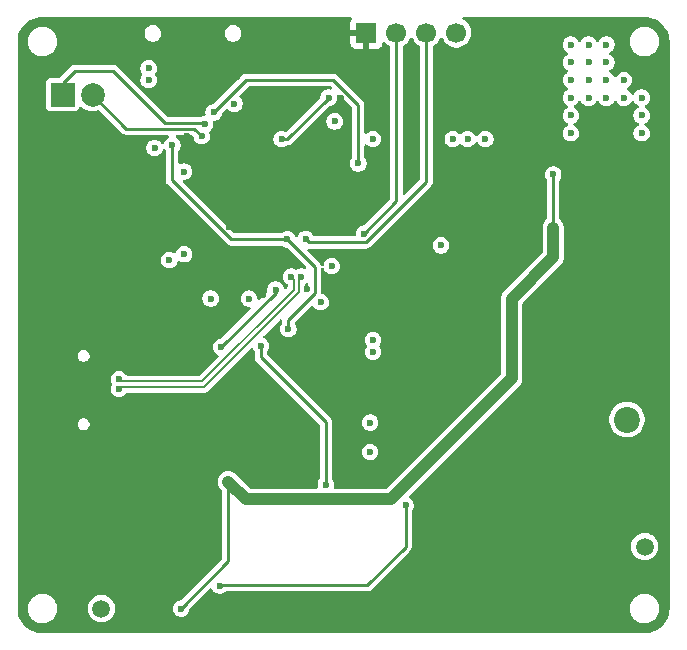
<source format=gbr>
%TF.GenerationSoftware,KiCad,Pcbnew,9.0.3-9.0.3-0~ubuntu22.04.1*%
%TF.CreationDate,2025-09-04T15:57:16+08:00*%
%TF.ProjectId,pdtrigger,70647472-6967-4676-9572-2e6b69636164,rev?*%
%TF.SameCoordinates,Original*%
%TF.FileFunction,Copper,L4,Bot*%
%TF.FilePolarity,Positive*%
%FSLAX46Y46*%
G04 Gerber Fmt 4.6, Leading zero omitted, Abs format (unit mm)*
G04 Created by KiCad (PCBNEW 9.0.3-9.0.3-0~ubuntu22.04.1) date 2025-09-04 15:57:16*
%MOMM*%
%LPD*%
G01*
G04 APERTURE LIST*
%TA.AperFunction,ComponentPad*%
%ADD10R,2.000000X2.000000*%
%TD*%
%TA.AperFunction,ComponentPad*%
%ADD11C,2.000000*%
%TD*%
%TA.AperFunction,ComponentPad*%
%ADD12O,2.000000X1.100000*%
%TD*%
%TA.AperFunction,ComponentPad*%
%ADD13O,1.800000X1.200000*%
%TD*%
%TA.AperFunction,ComponentPad*%
%ADD14C,1.500000*%
%TD*%
%TA.AperFunction,ComponentPad*%
%ADD15R,1.700000X1.700000*%
%TD*%
%TA.AperFunction,ComponentPad*%
%ADD16C,1.700000*%
%TD*%
%TA.AperFunction,ComponentPad*%
%ADD17C,2.200000*%
%TD*%
%TA.AperFunction,ViaPad*%
%ADD18C,0.600000*%
%TD*%
%TA.AperFunction,ViaPad*%
%ADD19C,1.000000*%
%TD*%
%TA.AperFunction,Conductor*%
%ADD20C,0.250000*%
%TD*%
%TA.AperFunction,Conductor*%
%ADD21C,1.000000*%
%TD*%
%TA.AperFunction,Conductor*%
%ADD22C,0.200000*%
%TD*%
G04 APERTURE END LIST*
D10*
%TO.P,J3,1,Pin_1*%
%TO.N,/UART_TX*%
X-17790000Y8000000D03*
D11*
%TO.P,J3,2,Pin_2*%
%TO.N,/UART_RX*%
X-15250000Y8000000D03*
%TD*%
D12*
%TO.P,J2,S1,SHIELD*%
%TO.N,GND*%
X-15470000Y-12680000D03*
D13*
X-19680000Y-12680000D03*
D12*
X-15470000Y-21320000D03*
D13*
X-19680000Y-21320000D03*
%TD*%
D14*
%TO.P,TP3,1,1*%
%TO.N,/VBUS*%
X-14500000Y-35500000D03*
%TD*%
%TO.P,TP2,1,1*%
%TO.N,GND*%
X26500000Y-35500000D03*
%TD*%
%TO.P,TP1,1,1*%
%TO.N,/V_BUS_OUT*%
X31500000Y-30250000D03*
%TD*%
D15*
%TO.P,J1,1,Pin_1*%
%TO.N,GND*%
X7940000Y13250000D03*
D16*
%TO.P,J1,2,Pin_2*%
%TO.N,/SWCLK*%
X10480000Y13250000D03*
%TO.P,J1,3,Pin_3*%
%TO.N,/SWDIO*%
X13020000Y13250000D03*
%TO.P,J1,4,Pin_4*%
%TO.N,+3V3_MCU*%
X15560000Y13250000D03*
%TD*%
D17*
%TO.P,U3,2,2*%
%TO.N,GND*%
X30000000Y-14500000D03*
%TO.P,U3,1,1*%
%TO.N,/V_BUS_OUT*%
X30000000Y-19500000D03*
%TD*%
D18*
%TO.N,/UART_TX*%
X-5750000Y5500000D03*
%TO.N,/UART_RX*%
X-6000000Y4500000D03*
%TO.N,GND*%
X22000000Y-34750000D03*
X22000000Y-36500000D03*
X12750000Y-36500000D03*
X3750000Y-36500000D03*
X17250000Y-34750000D03*
X19000000Y-22500000D03*
X19000000Y-19750000D03*
X19000000Y-14250000D03*
X15750000Y-10500000D03*
X22250000Y-5500000D03*
X22250000Y-10000000D03*
X11250000Y-22500000D03*
X13250000Y-26000000D03*
X20250000Y-26000000D03*
X19000000Y-11500000D03*
%TO.N,+3V3_MCU*%
X14250000Y-4750000D03*
%TO.N,GND*%
X-16750000Y-31750000D03*
X-16750000Y-29250000D03*
X-16750000Y-30500000D03*
X-18000000Y-31750000D03*
X-18000000Y-29250000D03*
X-18000000Y-30500000D03*
X-19250000Y-31750000D03*
X-19250000Y-29250000D03*
X-9500000Y1250000D03*
X8750000Y2500000D03*
X6500000Y5500000D03*
X11750000Y1500000D03*
X11750000Y4250000D03*
X1800000Y-24900000D03*
X7750000Y-8750000D03*
X-13500000Y-21750000D03*
X-13500000Y-20750000D03*
X-11250000Y-13000000D03*
X-12000000Y-13000000D03*
X-12750000Y-13000000D03*
X-13500000Y-13000000D03*
X-19250000Y-30500000D03*
X-500000Y-36500000D03*
X-500000Y-34750000D03*
X8000000Y-36500000D03*
X17250000Y-36500000D03*
X32750000Y-15500000D03*
X32750000Y-13250000D03*
X27000000Y-15500000D03*
X27000000Y-13250000D03*
X32000000Y-5000000D03*
X23500000Y-12250000D03*
X26250000Y-5750000D03*
X19000000Y-3250000D03*
X19500000Y-2000000D03*
X20500000Y10000000D03*
X9250000Y6250000D03*
X17000000Y6250000D03*
X17000000Y9250000D03*
X9250000Y9210000D03*
X3500000Y13500000D03*
X500000Y13500000D03*
X-1250000Y12000000D03*
X4500000Y10250000D03*
X-3683058Y-3183058D03*
X-816942Y-8933058D03*
X-2250000Y10250000D03*
X-3000000Y9500000D03*
X-19250000Y-19750000D03*
X-20500000Y-19750000D03*
X-19250000Y-18750000D03*
X-20500000Y-18750000D03*
X-19250000Y-14750000D03*
X-20500000Y-14750000D03*
X-19250000Y-15750000D03*
X-20500000Y-15750000D03*
X-19250000Y-17750000D03*
X-20500000Y-17750000D03*
X-20500000Y-16750000D03*
X-19250000Y-16750000D03*
%TO.N,/V_BUS_OUT*%
X4500000Y-25000000D03*
X-1000000Y-13250000D03*
%TO.N,GND*%
X2933058Y-8433058D03*
X-7250000Y4500000D03*
%TO.N,+3V3_MCU*%
X-8750000Y-6000000D03*
X-2000000Y-9250000D03*
X-5250000Y-9250000D03*
X4058058Y-9558058D03*
X8500000Y-13750000D03*
X8500000Y-12750000D03*
X8250000Y-22250000D03*
X8250000Y-19750000D03*
%TO.N,Net-(C18-Pad2)*%
X-4500000Y-33550000D03*
X11250000Y-26750000D03*
%TO.N,/VBUS*%
X-7750000Y-35500000D03*
%TO.N,+3V3_MCU*%
X25250000Y4750000D03*
X25250000Y6250000D03*
X31250000Y4750000D03*
X31250000Y6250000D03*
X31250000Y7750000D03*
X-10500000Y9250000D03*
X-10500000Y10250000D03*
%TO.N,/PD_FAULT*%
X-8500000Y3750000D03*
X1250000Y-4250000D03*
X1324000Y-11825000D03*
%TO.N,/SWDIO*%
X2800000Y-4200000D03*
%TO.N,/SWCLK*%
X7750000Y-3750000D03*
%TO.N,/BOOT0*%
X-5000000Y6500000D03*
X7250000Y2200000D03*
%TO.N,/NRST*%
X4750000Y7750000D03*
X750000Y4250000D03*
%TO.N,/I2C3_SCL*%
X250000Y-8500000D03*
X-4360000Y-13360000D03*
%TO.N,+3V3_MCU*%
X25250000Y12250000D03*
X26750000Y12250000D03*
X28250000Y12250000D03*
X28250000Y10750000D03*
X26750000Y10750000D03*
X25250000Y10750000D03*
X25250000Y9250000D03*
X26750000Y9250000D03*
X28250000Y9250000D03*
X29750000Y9250000D03*
X29750000Y7750000D03*
X28250000Y7750000D03*
X26750000Y7750000D03*
X25250000Y7750000D03*
%TO.N,GND*%
X20500000Y6250000D03*
X20500000Y7250000D03*
X20500000Y5000000D03*
X20500000Y4000000D03*
%TO.N,/VBUS*%
X23750000Y1250000D03*
%TO.N,+3V3_MCU*%
X18000000Y4250000D03*
X16500000Y4250000D03*
X15250000Y4250000D03*
%TO.N,GND*%
X13750000Y0D03*
X13750000Y-1750000D03*
D19*
%TO.N,/VBUS*%
X23750000Y-3250000D03*
X-3750000Y-24750000D03*
D18*
%TO.N,GND*%
X5750000Y7750000D03*
X-1500000Y8250000D03*
%TO.N,+3V3_MCU*%
X-3250000Y7250000D03*
X5250000Y5750000D03*
X8500000Y4250000D03*
X5000000Y-6500000D03*
X-7500000Y-5500000D03*
X-7500000Y1500000D03*
X-10000000Y3500000D03*
%TO.N,GND*%
X-7250000Y7000000D03*
X-13750000Y-3500000D03*
X-12000000Y-4500000D03*
X0Y-2000000D03*
X1000000Y-2000000D03*
X2000000Y-2000000D03*
X-1000000Y-2000000D03*
X-2000000Y-2000000D03*
X0Y-1000000D03*
X1000000Y-1000000D03*
X2000000Y-1000000D03*
X-1000000Y-1000000D03*
X-2000000Y-1000000D03*
X0Y2000000D03*
X1000000Y2000000D03*
X2000000Y2000000D03*
X-1000000Y2000000D03*
X-2000000Y2000000D03*
X0Y1000000D03*
X1000000Y1000000D03*
X2000000Y1000000D03*
X-1000000Y1000000D03*
X-2000000Y1000000D03*
X-2000000Y0D03*
X-1000000Y0D03*
X2000000Y0D03*
X1000000Y0D03*
X0Y0D03*
X24200000Y-14900000D03*
X24900000Y-14900000D03*
X8250000Y-10250000D03*
X8250000Y-14750000D03*
X8250000Y-20750000D03*
X8250000Y-23750000D03*
X3750000Y-22750000D03*
X2250000Y-24000000D03*
X-1200000Y-20000000D03*
X-1200000Y-21000000D03*
X-1450000Y-23950000D03*
%TO.N,/USB_D-*%
X-13011170Y-16075000D03*
%TO.N,/USB_D+*%
X-13011170Y-16925000D03*
%TO.N,/USB_D-*%
X1575000Y-7400000D03*
%TO.N,/USB_D+*%
X2425000Y-7400000D03*
%TD*%
D20*
%TO.N,/UART_TX*%
X-5750000Y5500000D02*
X-5827000Y5577000D01*
X-16750000Y10000000D02*
X-17790000Y8960000D01*
X-5827000Y5577000D02*
X-9077000Y5577000D01*
X-9077000Y5577000D02*
X-13500000Y10000000D01*
X-13500000Y10000000D02*
X-16750000Y10000000D01*
X-17790000Y8960000D02*
X-17790000Y8000000D01*
%TO.N,/UART_RX*%
X-6626000Y5126000D02*
X-12376000Y5126000D01*
X-6000000Y4500000D02*
X-6626000Y5126000D01*
X-12376000Y5126000D02*
X-15250000Y8000000D01*
%TO.N,/BOOT0*%
X7250000Y2200000D02*
X7250000Y7135298D01*
X7250000Y7135298D02*
X5135298Y9250000D01*
X5135298Y9250000D02*
X-2250000Y9250000D01*
X-2250000Y9250000D02*
X-5000000Y6500000D01*
%TO.N,/V_BUS_OUT*%
X4500000Y-19722977D02*
X4500000Y-25000000D01*
X-1000000Y-13250000D02*
X-1000000Y-14222977D01*
X-1000000Y-14222977D02*
X4500000Y-19722977D01*
%TO.N,/PD_FAULT*%
X1324000Y-11825000D02*
X1324000Y-11061298D01*
X1324000Y-11061298D02*
X3559058Y-8826240D01*
X3559058Y-8826240D02*
X3559058Y-6559058D01*
X3559058Y-6559058D02*
X1250000Y-4250000D01*
%TO.N,Net-(C18-Pad2)*%
X-4450000Y-33500000D02*
X8000000Y-33500000D01*
X8000000Y-33500000D02*
X11250000Y-30250000D01*
X11250000Y-30250000D02*
X11250000Y-26750000D01*
X-4500000Y-33550000D02*
X-4450000Y-33500000D01*
%TO.N,/VBUS*%
X-7750000Y-35500000D02*
X-3750000Y-31500000D01*
X-3750000Y-31500000D02*
X-3750000Y-24750000D01*
D21*
X-3750000Y-24750000D02*
X-2250000Y-26250000D01*
X-250000Y-26250000D02*
X10000000Y-26250000D01*
X10000000Y-26250000D02*
X20250000Y-16000000D01*
X20250000Y-9250000D02*
X23750000Y-5750000D01*
X20250000Y-16000000D02*
X20250000Y-9250000D01*
X23750000Y-5750000D02*
X23750000Y-3250000D01*
X-2250000Y-26250000D02*
X-250000Y-26250000D01*
D20*
%TO.N,/PD_FAULT*%
X-8500000Y750000D02*
X-8500000Y3750000D01*
X-7000000Y-750000D02*
X-8500000Y750000D01*
X1250000Y-4250000D02*
X-3500000Y-4250000D01*
X-3500000Y-4250000D02*
X-7000000Y-750000D01*
%TO.N,/SWDIO*%
X7885298Y-4500000D02*
X13020000Y634702D01*
X2800000Y-4200000D02*
X3100000Y-4500000D01*
X3100000Y-4500000D02*
X7885298Y-4500000D01*
X13020000Y634702D02*
X13020000Y13250000D01*
%TO.N,/I2C3_SCL*%
X-4360000Y-13360000D02*
X250000Y-8750000D01*
X250000Y-8750000D02*
X250000Y-8500000D01*
%TO.N,/SWCLK*%
X7750000Y-3750000D02*
X10480000Y-1020000D01*
X10480000Y-1020000D02*
X10480000Y13250000D01*
%TO.N,/NRST*%
X1250000Y4250000D02*
X4750000Y7750000D01*
X750000Y4250000D02*
X1250000Y4250000D01*
%TO.N,/VBUS*%
X23750000Y-3250000D02*
X23750000Y1250000D01*
D22*
%TO.N,/USB_D+*%
X-12811171Y-16725001D02*
X-5806803Y-16725001D01*
%TO.N,/USB_D-*%
X-13011170Y-16075000D02*
X-12811171Y-16274999D01*
X1774999Y-7599999D02*
X1575000Y-7400000D01*
X-5993197Y-16274999D02*
X1774999Y-8506803D01*
%TO.N,/USB_D+*%
X-13011170Y-16925000D02*
X-12811171Y-16725001D01*
%TO.N,/USB_D-*%
X-12811171Y-16274999D02*
X-5993197Y-16274999D01*
%TO.N,/USB_D+*%
X-5806803Y-16725001D02*
X2225001Y-8693197D01*
X2225001Y-8693197D02*
X2225001Y-7599999D01*
X2225001Y-7599999D02*
X2425000Y-7400000D01*
%TO.N,/USB_D-*%
X1774999Y-8506803D02*
X1774999Y-7599999D01*
%TD*%
%TA.AperFunction,Conductor*%
%TO.N,GND*%
G36*
X6658662Y14579815D02*
G01*
X6704417Y14527011D01*
X6714361Y14457853D01*
X6690889Y14401188D01*
X6646647Y14342090D01*
X6646645Y14342087D01*
X6596403Y14207380D01*
X6596401Y14207373D01*
X6590000Y14147845D01*
X6590000Y13500000D01*
X7449238Y13500000D01*
X7427470Y13462297D01*
X7389988Y13322410D01*
X7389988Y13177590D01*
X7427470Y13037703D01*
X7449238Y13000000D01*
X6590000Y13000000D01*
X6590000Y12352156D01*
X6596401Y12292628D01*
X6596403Y12292621D01*
X6646645Y12157914D01*
X6646649Y12157907D01*
X6732809Y12042813D01*
X6732812Y12042810D01*
X6847906Y11956650D01*
X6847913Y11956646D01*
X6982620Y11906404D01*
X6982627Y11906402D01*
X7042155Y11900001D01*
X7042172Y11900000D01*
X7690000Y11900000D01*
X7690000Y12759239D01*
X7727703Y12737470D01*
X7867590Y12699988D01*
X8012410Y12699988D01*
X8152297Y12737470D01*
X8190000Y12759239D01*
X8190000Y11900000D01*
X8837828Y11900000D01*
X8837844Y11900001D01*
X8897372Y11906402D01*
X8897379Y11906404D01*
X9032086Y11956646D01*
X9032093Y11956650D01*
X9147187Y12042810D01*
X9147190Y12042813D01*
X9233350Y12157907D01*
X9233354Y12157914D01*
X9283596Y12292621D01*
X9283598Y12292628D01*
X9289999Y12352156D01*
X9290000Y12352173D01*
X9290000Y12378785D01*
X9309685Y12445824D01*
X9362489Y12491579D01*
X9431647Y12501523D01*
X9495203Y12472498D01*
X9514316Y12451673D01*
X9526172Y12435354D01*
X9665354Y12296172D01*
X9755251Y12230858D01*
X9824590Y12180479D01*
X9824592Y12180478D01*
X9824595Y12180476D01*
X9886795Y12148784D01*
X9937590Y12100812D01*
X9954500Y12038300D01*
X9954500Y-750969D01*
X9934815Y-818008D01*
X9918181Y-838650D01*
X7740465Y-3016365D01*
X7679142Y-3049850D01*
X7676976Y-3050301D01*
X7545677Y-3076418D01*
X7545667Y-3076421D01*
X7418195Y-3129221D01*
X7418182Y-3129228D01*
X7303458Y-3205885D01*
X7303454Y-3205888D01*
X7205888Y-3303454D01*
X7205885Y-3303458D01*
X7129228Y-3418182D01*
X7129221Y-3418195D01*
X7076421Y-3545667D01*
X7076418Y-3545677D01*
X7049500Y-3681004D01*
X7049500Y-3681007D01*
X7049500Y-3818993D01*
X7050954Y-3826306D01*
X7044729Y-3895897D01*
X7001868Y-3951075D01*
X6935979Y-3974322D01*
X6929338Y-3974500D01*
X3547664Y-3974500D01*
X3480625Y-3954815D01*
X3434870Y-3902011D01*
X3433124Y-3898003D01*
X3420775Y-3868189D01*
X3420772Y-3868184D01*
X3420771Y-3868182D01*
X3344114Y-3753458D01*
X3344111Y-3753454D01*
X3246545Y-3655888D01*
X3246541Y-3655885D01*
X3131817Y-3579228D01*
X3131804Y-3579221D01*
X3004332Y-3526421D01*
X3004322Y-3526418D01*
X2868995Y-3499500D01*
X2868993Y-3499500D01*
X2731007Y-3499500D01*
X2731005Y-3499500D01*
X2595677Y-3526418D01*
X2595667Y-3526421D01*
X2468195Y-3579221D01*
X2468182Y-3579228D01*
X2353458Y-3655885D01*
X2353454Y-3655888D01*
X2255888Y-3753454D01*
X2255885Y-3753458D01*
X2179228Y-3868182D01*
X2179223Y-3868192D01*
X2129205Y-3988946D01*
X2085364Y-4043349D01*
X2019069Y-4065414D01*
X1951370Y-4048135D01*
X1903760Y-3996997D01*
X1900083Y-3988945D01*
X1870778Y-3918194D01*
X1870771Y-3918182D01*
X1794114Y-3803458D01*
X1794111Y-3803454D01*
X1696545Y-3705888D01*
X1696541Y-3705885D01*
X1581817Y-3629228D01*
X1581804Y-3629221D01*
X1454332Y-3576421D01*
X1454322Y-3576418D01*
X1318995Y-3549500D01*
X1318993Y-3549500D01*
X1181007Y-3549500D01*
X1181005Y-3549500D01*
X1045677Y-3576418D01*
X1045667Y-3576421D01*
X918195Y-3629221D01*
X918182Y-3629228D01*
X806876Y-3703602D01*
X740199Y-3724480D01*
X737985Y-3724500D01*
X-3230969Y-3724500D01*
X-3298008Y-3704815D01*
X-3318650Y-3688181D01*
X-7594650Y587819D01*
X-7628135Y649142D01*
X-7623151Y718834D01*
X-7581279Y774767D01*
X-7515815Y799184D01*
X-7506969Y799500D01*
X-7431005Y799500D01*
X-7332055Y819183D01*
X-7295672Y826420D01*
X-7168189Y879225D01*
X-7053458Y955886D01*
X-6955886Y1053458D01*
X-6879225Y1168189D01*
X-6826420Y1295672D01*
X-6799500Y1431007D01*
X-6799500Y1568993D01*
X-6799500Y1568996D01*
X-6826419Y1704323D01*
X-6826420Y1704324D01*
X-6826420Y1704328D01*
X-6846770Y1753458D01*
X-6879222Y1831805D01*
X-6879229Y1831818D01*
X-6955886Y1946542D01*
X-6955889Y1946546D01*
X-7053455Y2044112D01*
X-7053459Y2044115D01*
X-7168183Y2120772D01*
X-7168196Y2120779D01*
X-7295668Y2173579D01*
X-7295678Y2173582D01*
X-7431005Y2200500D01*
X-7431007Y2200500D01*
X-7568993Y2200500D01*
X-7568995Y2200500D01*
X-7704323Y2173582D01*
X-7704333Y2173579D01*
X-7803048Y2132690D01*
X-7872518Y2125221D01*
X-7934997Y2156497D01*
X-7970648Y2216586D01*
X-7974500Y2247251D01*
X-7974500Y3237985D01*
X-7954815Y3305024D01*
X-7953602Y3306876D01*
X-7879229Y3418183D01*
X-7879229Y3418184D01*
X-7879225Y3418189D01*
X-7826420Y3545672D01*
X-7799500Y3681007D01*
X-7799500Y3818993D01*
X-7799500Y3818996D01*
X-7826419Y3954323D01*
X-7826420Y3954324D01*
X-7826420Y3954328D01*
X-7848649Y4007994D01*
X-7879222Y4081805D01*
X-7879229Y4081818D01*
X-7955886Y4196542D01*
X-7955889Y4196546D01*
X-8053455Y4294112D01*
X-8053459Y4294115D01*
X-8172114Y4373398D01*
X-8216919Y4427010D01*
X-8225626Y4496335D01*
X-8195472Y4559363D01*
X-8136028Y4596082D01*
X-8103223Y4600500D01*
X-6895031Y4600500D01*
X-6865591Y4591856D01*
X-6835604Y4585332D01*
X-6830589Y4581578D01*
X-6827992Y4580815D01*
X-6807350Y4564181D01*
X-6733635Y4490466D01*
X-6700150Y4429143D01*
X-6699699Y4426977D01*
X-6673582Y4295678D01*
X-6673579Y4295668D01*
X-6620779Y4168196D01*
X-6620772Y4168183D01*
X-6544115Y4053459D01*
X-6544112Y4053455D01*
X-6446546Y3955889D01*
X-6446542Y3955886D01*
X-6331818Y3879229D01*
X-6331805Y3879222D01*
X-6271999Y3854450D01*
X-6204328Y3826420D01*
X-6204324Y3826420D01*
X-6204323Y3826419D01*
X-6068996Y3799500D01*
X-6068993Y3799500D01*
X-5931005Y3799500D01*
X-5809764Y3823617D01*
X-5795672Y3826420D01*
X-5668189Y3879225D01*
X-5553458Y3955886D01*
X-5455886Y4053458D01*
X-5379225Y4168189D01*
X-5326420Y4295672D01*
X-5302051Y4418183D01*
X-5299500Y4431005D01*
X-5299500Y4568996D01*
X-5326419Y4704323D01*
X-5326420Y4704324D01*
X-5326420Y4704328D01*
X-5364112Y4795323D01*
X-5371580Y4864790D01*
X-5340305Y4927270D01*
X-5318446Y4945873D01*
X-5303458Y4955886D01*
X-5205886Y5053458D01*
X-5129225Y5168189D01*
X-5076420Y5295672D01*
X-5067611Y5339959D01*
X-5049500Y5431005D01*
X-5049500Y5568996D01*
X-5049501Y5568998D01*
X-5065873Y5651309D01*
X-5059646Y5720900D01*
X-5016783Y5776078D01*
X-4950893Y5799322D01*
X-4944256Y5799500D01*
X-4931005Y5799500D01*
X-4832995Y5818996D01*
X-4795672Y5826420D01*
X-4668189Y5879225D01*
X-4553458Y5955886D01*
X-4455886Y6053458D01*
X-4379225Y6168189D01*
X-4326420Y6295672D01*
X-4300302Y6426977D01*
X-4267918Y6488887D01*
X-4266420Y6490412D01*
X-3961424Y6795409D01*
X-3900103Y6828892D01*
X-3830412Y6823908D01*
X-3786064Y6795407D01*
X-3696546Y6705889D01*
X-3696542Y6705886D01*
X-3581818Y6629229D01*
X-3581805Y6629222D01*
X-3467360Y6581818D01*
X-3454328Y6576420D01*
X-3454324Y6576420D01*
X-3454323Y6576419D01*
X-3318996Y6549500D01*
X-3318993Y6549500D01*
X-3181005Y6549500D01*
X-3082995Y6568996D01*
X-3045672Y6576420D01*
X-2918189Y6629225D01*
X-2803458Y6705886D01*
X-2705886Y6803458D01*
X-2629225Y6918189D01*
X-2576420Y7045672D01*
X-2562717Y7114561D01*
X-2549500Y7181005D01*
X-2549500Y7318996D01*
X-2576419Y7454323D01*
X-2576420Y7454324D01*
X-2576420Y7454328D01*
X-2598649Y7507994D01*
X-2629222Y7581805D01*
X-2629229Y7581818D01*
X-2705886Y7696542D01*
X-2705889Y7696546D01*
X-2795407Y7786064D01*
X-2828892Y7847387D01*
X-2823908Y7917079D01*
X-2795410Y7961423D01*
X-2068650Y8688181D01*
X-2007327Y8721666D01*
X-1980969Y8724500D01*
X4866267Y8724500D01*
X4933306Y8704815D01*
X4953948Y8688181D01*
X4995109Y8647020D01*
X5028594Y8585697D01*
X5023610Y8516005D01*
X4981738Y8460072D01*
X4916274Y8435655D01*
X4883237Y8437722D01*
X4818997Y8450500D01*
X4818993Y8450500D01*
X4681007Y8450500D01*
X4681005Y8450500D01*
X4545677Y8423582D01*
X4545667Y8423579D01*
X4418195Y8370779D01*
X4418182Y8370772D01*
X4303458Y8294115D01*
X4303454Y8294112D01*
X4205888Y8196546D01*
X4205885Y8196542D01*
X4129228Y8081818D01*
X4129221Y8081805D01*
X4076421Y7954333D01*
X4076418Y7954323D01*
X4050301Y7823024D01*
X4017916Y7761113D01*
X4016365Y7759535D01*
X1172778Y4915949D01*
X1111455Y4882464D01*
X1041763Y4887448D01*
X1037668Y4889060D01*
X954328Y4923580D01*
X954322Y4923582D01*
X818995Y4950500D01*
X818993Y4950500D01*
X681007Y4950500D01*
X681005Y4950500D01*
X545677Y4923582D01*
X545667Y4923579D01*
X418195Y4870779D01*
X418182Y4870772D01*
X303458Y4794115D01*
X303454Y4794112D01*
X205888Y4696546D01*
X205885Y4696542D01*
X129228Y4581818D01*
X129221Y4581805D01*
X76421Y4454333D01*
X76418Y4454323D01*
X49500Y4318996D01*
X49500Y4318993D01*
X49500Y4181007D01*
X49500Y4181005D01*
X49499Y4181005D01*
X76418Y4045678D01*
X76421Y4045668D01*
X129221Y3918196D01*
X129228Y3918183D01*
X205885Y3803459D01*
X205888Y3803455D01*
X303454Y3705889D01*
X303458Y3705886D01*
X418182Y3629229D01*
X418195Y3629222D01*
X545667Y3576422D01*
X545672Y3576420D01*
X545676Y3576420D01*
X545677Y3576419D01*
X681004Y3549500D01*
X681007Y3549500D01*
X818995Y3549500D01*
X917005Y3568996D01*
X954328Y3576420D01*
X1081811Y3629225D01*
X1081817Y3629229D01*
X1193123Y3703601D01*
X1241613Y3722809D01*
X1251745Y3724499D01*
X1319183Y3724499D01*
X1424591Y3752744D01*
X1452836Y3760312D01*
X1572665Y3829495D01*
X1670505Y3927335D01*
X1670505Y3927337D01*
X1680709Y3937540D01*
X1680712Y3937545D01*
X3424173Y5681005D01*
X4549499Y5681005D01*
X4576418Y5545678D01*
X4576421Y5545668D01*
X4629221Y5418196D01*
X4629228Y5418183D01*
X4705885Y5303459D01*
X4705888Y5303455D01*
X4803454Y5205889D01*
X4803458Y5205886D01*
X4918182Y5129229D01*
X4918195Y5129222D01*
X5032640Y5081818D01*
X5045672Y5076420D01*
X5045676Y5076420D01*
X5045677Y5076419D01*
X5181004Y5049500D01*
X5181007Y5049500D01*
X5318995Y5049500D01*
X5410041Y5067611D01*
X5454328Y5076420D01*
X5581811Y5129225D01*
X5696542Y5205886D01*
X5794114Y5303458D01*
X5870775Y5418189D01*
X5923580Y5545672D01*
X5944694Y5651816D01*
X5950500Y5681005D01*
X5950500Y5818996D01*
X5923581Y5954323D01*
X5923580Y5954324D01*
X5923580Y5954328D01*
X5885746Y6045668D01*
X5870778Y6081805D01*
X5870771Y6081818D01*
X5794114Y6196542D01*
X5794111Y6196546D01*
X5696545Y6294112D01*
X5696541Y6294115D01*
X5581817Y6370772D01*
X5581804Y6370779D01*
X5454332Y6423579D01*
X5454322Y6423582D01*
X5318995Y6450500D01*
X5318993Y6450500D01*
X5181007Y6450500D01*
X5181005Y6450500D01*
X5045677Y6423582D01*
X5045667Y6423579D01*
X4918195Y6370779D01*
X4918182Y6370772D01*
X4803458Y6294115D01*
X4803454Y6294112D01*
X4705888Y6196546D01*
X4705885Y6196542D01*
X4629228Y6081818D01*
X4629221Y6081805D01*
X4576421Y5954333D01*
X4576418Y5954323D01*
X4549500Y5818996D01*
X4549500Y5818993D01*
X4549500Y5681007D01*
X4549500Y5681005D01*
X4549499Y5681005D01*
X3424173Y5681005D01*
X4759536Y7016368D01*
X4820857Y7049851D01*
X4823004Y7050298D01*
X4954328Y7076420D01*
X5061411Y7120775D01*
X5081804Y7129222D01*
X5081804Y7129223D01*
X5081811Y7129225D01*
X5196542Y7205886D01*
X5294114Y7303458D01*
X5370775Y7418189D01*
X5423580Y7545672D01*
X5450500Y7681007D01*
X5450500Y7818993D01*
X5450500Y7818996D01*
X5437721Y7883237D01*
X5443948Y7952828D01*
X5486810Y8008006D01*
X5552700Y8031251D01*
X5620697Y8015184D01*
X5647019Y7995110D01*
X6688181Y6953948D01*
X6721666Y6892625D01*
X6724500Y6866267D01*
X6724500Y2712016D01*
X6704815Y2644977D01*
X6703602Y2643125D01*
X6629228Y2531818D01*
X6629221Y2531805D01*
X6576421Y2404333D01*
X6576418Y2404323D01*
X6549500Y2268996D01*
X6549500Y2268993D01*
X6549500Y2131007D01*
X6549500Y2131005D01*
X6549499Y2131005D01*
X6576418Y1995678D01*
X6576421Y1995668D01*
X6629221Y1868196D01*
X6629228Y1868183D01*
X6705885Y1753459D01*
X6705888Y1753455D01*
X6803454Y1655889D01*
X6803458Y1655886D01*
X6918182Y1579229D01*
X6918195Y1579222D01*
X7045667Y1526422D01*
X7045672Y1526420D01*
X7045676Y1526420D01*
X7045677Y1526419D01*
X7181004Y1499500D01*
X7181007Y1499500D01*
X7318995Y1499500D01*
X7410041Y1517611D01*
X7454328Y1526420D01*
X7581811Y1579225D01*
X7696542Y1655886D01*
X7794114Y1753458D01*
X7870775Y1868189D01*
X7923580Y1995672D01*
X7950500Y2131007D01*
X7950500Y2268993D01*
X7950500Y2268996D01*
X7923581Y2404323D01*
X7923580Y2404324D01*
X7923580Y2404328D01*
X7923578Y2404333D01*
X7870778Y2531805D01*
X7870771Y2531818D01*
X7796398Y2643125D01*
X7775520Y2709803D01*
X7775500Y2712016D01*
X7775500Y3684481D01*
X7795185Y3751520D01*
X7847989Y3797275D01*
X7917147Y3807219D01*
X7980703Y3778194D01*
X7987181Y3772162D01*
X8053454Y3705889D01*
X8053458Y3705886D01*
X8168182Y3629229D01*
X8168195Y3629222D01*
X8295667Y3576422D01*
X8295672Y3576420D01*
X8295676Y3576420D01*
X8295677Y3576419D01*
X8431004Y3549500D01*
X8431007Y3549500D01*
X8568995Y3549500D01*
X8667005Y3568996D01*
X8704328Y3576420D01*
X8831811Y3629225D01*
X8946542Y3705886D01*
X9044114Y3803458D01*
X9120775Y3918189D01*
X9173580Y4045672D01*
X9182389Y4089959D01*
X9200500Y4181005D01*
X9200500Y4318996D01*
X9173581Y4454323D01*
X9173580Y4454324D01*
X9173580Y4454328D01*
X9171706Y4458853D01*
X9120778Y4581805D01*
X9120771Y4581818D01*
X9044114Y4696542D01*
X9044111Y4696546D01*
X8946545Y4794112D01*
X8946541Y4794115D01*
X8831817Y4870772D01*
X8831804Y4870779D01*
X8704332Y4923579D01*
X8704322Y4923582D01*
X8568995Y4950500D01*
X8568993Y4950500D01*
X8431007Y4950500D01*
X8431005Y4950500D01*
X8295677Y4923582D01*
X8295667Y4923579D01*
X8168195Y4870779D01*
X8168182Y4870772D01*
X8053458Y4794115D01*
X8053454Y4794112D01*
X7987181Y4727838D01*
X7925858Y4694353D01*
X7856166Y4699337D01*
X7800233Y4741209D01*
X7775816Y4806673D01*
X7775500Y4815519D01*
X7775500Y7204479D01*
X7775500Y7204481D01*
X7739688Y7338134D01*
X7693472Y7418183D01*
X7670507Y7457960D01*
X7670506Y7457961D01*
X7670505Y7457963D01*
X7572665Y7555803D01*
X7572664Y7555804D01*
X7568334Y7560134D01*
X7568323Y7560144D01*
X5562873Y9565594D01*
X5562871Y9565597D01*
X5457964Y9670504D01*
X5457959Y9670508D01*
X5338138Y9739687D01*
X5309890Y9747257D01*
X5309889Y9747257D01*
X5204481Y9775501D01*
X5066115Y9775501D01*
X5058519Y9775501D01*
X5058503Y9775500D01*
X-2319186Y9775500D01*
X-2365895Y9762985D01*
X-2365894Y9762984D01*
X-2452838Y9739688D01*
X-2452839Y9739687D01*
X-2572662Y9670508D01*
X-2572667Y9670504D01*
X-5009535Y7233635D01*
X-5070858Y7200150D01*
X-5073024Y7199699D01*
X-5204323Y7173582D01*
X-5204333Y7173579D01*
X-5331805Y7120779D01*
X-5331818Y7120772D01*
X-5446542Y7044115D01*
X-5446546Y7044112D01*
X-5544112Y6946546D01*
X-5544115Y6946542D01*
X-5620772Y6831818D01*
X-5620779Y6831805D01*
X-5673579Y6704333D01*
X-5673582Y6704323D01*
X-5700500Y6568996D01*
X-5700500Y6431003D01*
X-5684127Y6348691D01*
X-5690354Y6279100D01*
X-5733217Y6223922D01*
X-5799107Y6200678D01*
X-5805744Y6200500D01*
X-5818995Y6200500D01*
X-5954323Y6173582D01*
X-5954333Y6173579D01*
X-6081807Y6120778D01*
X-6087178Y6117906D01*
X-6088360Y6120117D01*
X-6144567Y6102520D01*
X-6146776Y6102500D01*
X-8807968Y6102500D01*
X-8875007Y6122185D01*
X-8895649Y6138819D01*
X-10867052Y8110222D01*
X-12937836Y10181005D01*
X-11200501Y10181005D01*
X-11173582Y10045678D01*
X-11173579Y10045668D01*
X-11120779Y9918196D01*
X-11120772Y9918183D01*
X-11054427Y9818891D01*
X-11033549Y9752213D01*
X-11052034Y9684833D01*
X-11054427Y9681109D01*
X-11120772Y9581818D01*
X-11120779Y9581805D01*
X-11173579Y9454333D01*
X-11173582Y9454323D01*
X-11200500Y9318996D01*
X-11200500Y9318993D01*
X-11200500Y9181007D01*
X-11200500Y9181005D01*
X-11200501Y9181005D01*
X-11173582Y9045678D01*
X-11173579Y9045668D01*
X-11120779Y8918196D01*
X-11120772Y8918183D01*
X-11044115Y8803459D01*
X-11044112Y8803455D01*
X-10946546Y8705889D01*
X-10946542Y8705886D01*
X-10831818Y8629229D01*
X-10831805Y8629222D01*
X-10726725Y8585697D01*
X-10704328Y8576420D01*
X-10704324Y8576420D01*
X-10704323Y8576419D01*
X-10568996Y8549500D01*
X-10568993Y8549500D01*
X-10431005Y8549500D01*
X-10324328Y8570720D01*
X-10295672Y8576420D01*
X-10168189Y8629225D01*
X-10053458Y8705886D01*
X-9955886Y8803458D01*
X-9879225Y8918189D01*
X-9826420Y9045672D01*
X-9799500Y9181007D01*
X-9799500Y9318993D01*
X-9799500Y9318996D01*
X-9826419Y9454323D01*
X-9826420Y9454324D01*
X-9826420Y9454328D01*
X-9831005Y9465397D01*
X-9879222Y9581805D01*
X-9879224Y9581809D01*
X-9879225Y9581811D01*
X-9945575Y9681110D01*
X-9966452Y9747786D01*
X-9947968Y9815166D01*
X-9945574Y9818891D01*
X-9910905Y9870777D01*
X-9879225Y9918189D01*
X-9826420Y10045672D01*
X-9799500Y10181007D01*
X-9799500Y10318993D01*
X-9799500Y10318996D01*
X-9826419Y10454323D01*
X-9826420Y10454324D01*
X-9826420Y10454328D01*
X-9841066Y10489687D01*
X-9879222Y10581805D01*
X-9879229Y10581818D01*
X-9955886Y10696542D01*
X-9955889Y10696546D01*
X-10053455Y10794112D01*
X-10053459Y10794115D01*
X-10168183Y10870772D01*
X-10168196Y10870779D01*
X-10295668Y10923579D01*
X-10295678Y10923582D01*
X-10431005Y10950500D01*
X-10431007Y10950500D01*
X-10568993Y10950500D01*
X-10568995Y10950500D01*
X-10704323Y10923582D01*
X-10704333Y10923579D01*
X-10831805Y10870779D01*
X-10831818Y10870772D01*
X-10946542Y10794115D01*
X-10946546Y10794112D01*
X-11044112Y10696546D01*
X-11044115Y10696542D01*
X-11120772Y10581818D01*
X-11120779Y10581805D01*
X-11173579Y10454333D01*
X-11173582Y10454323D01*
X-11200500Y10318996D01*
X-11200500Y10318993D01*
X-11200500Y10181007D01*
X-11200500Y10181005D01*
X-11200501Y10181005D01*
X-12937836Y10181005D01*
X-13072426Y10315595D01*
X-13072427Y10315597D01*
X-13177334Y10420504D01*
X-13177339Y10420508D01*
X-13297160Y10489687D01*
X-13325408Y10497257D01*
X-13325409Y10497257D01*
X-13430817Y10525501D01*
X-13569183Y10525501D01*
X-13576779Y10525501D01*
X-13576795Y10525500D01*
X-16819183Y10525500D01*
X-16952836Y10489688D01*
X-16952839Y10489687D01*
X-17072662Y10420508D01*
X-17072667Y10420504D01*
X-17170507Y10322663D01*
X-18056352Y9436819D01*
X-18117675Y9403334D01*
X-18144033Y9400500D01*
X-18821518Y9400500D01*
X-18902481Y9387677D01*
X-18915304Y9385646D01*
X-19028342Y9328050D01*
X-19028343Y9328049D01*
X-19028348Y9328046D01*
X-19118046Y9238348D01*
X-19118049Y9238343D01*
X-19175648Y9125302D01*
X-19190500Y9031525D01*
X-19190500Y6968483D01*
X-19179708Y6900343D01*
X-19175646Y6874696D01*
X-19118050Y6761658D01*
X-19118048Y6761656D01*
X-19118046Y6761653D01*
X-19028348Y6671955D01*
X-19028346Y6671954D01*
X-19028342Y6671950D01*
X-18915306Y6614355D01*
X-18915302Y6614353D01*
X-18821525Y6599501D01*
X-18821519Y6599500D01*
X-16758482Y6599501D01*
X-16664696Y6614354D01*
X-16551658Y6671950D01*
X-16461950Y6761658D01*
X-16404354Y6874696D01*
X-16404354Y6874698D01*
X-16404353Y6874699D01*
X-16404353Y6874700D01*
X-16401535Y6892490D01*
X-16371606Y6955625D01*
X-16312295Y6992557D01*
X-16242432Y6991559D01*
X-16191381Y6960774D01*
X-16162364Y6931757D01*
X-16162359Y6931753D01*
X-16072224Y6866267D01*
X-15984022Y6802185D01*
X-15904474Y6761653D01*
X-15787607Y6702105D01*
X-15787604Y6702104D01*
X-15694803Y6671952D01*
X-15577951Y6633985D01*
X-15360222Y6599500D01*
X-15360221Y6599500D01*
X-15139779Y6599500D01*
X-15139778Y6599500D01*
X-14922049Y6633985D01*
X-14771739Y6682824D01*
X-14701900Y6684818D01*
X-14645743Y6652574D01*
X-12698665Y4705495D01*
X-12698664Y4705494D01*
X-12698662Y4705493D01*
X-12578839Y4636313D01*
X-12578838Y4636313D01*
X-12578835Y4636311D01*
X-12445183Y4600499D01*
X-12445181Y4600499D01*
X-12299221Y4600499D01*
X-12299205Y4600500D01*
X-8896777Y4600500D01*
X-8829738Y4580815D01*
X-8783983Y4528011D01*
X-8774039Y4458853D01*
X-8803064Y4395297D01*
X-8827886Y4373398D01*
X-8946542Y4294115D01*
X-8946546Y4294112D01*
X-9044112Y4196546D01*
X-9044115Y4196542D01*
X-9120772Y4081818D01*
X-9120779Y4081805D01*
X-9173579Y3954333D01*
X-9173582Y3954324D01*
X-9181133Y3916360D01*
X-9213519Y3854450D01*
X-9274235Y3819876D01*
X-9344004Y3823617D01*
X-9400676Y3864484D01*
X-9405852Y3871662D01*
X-9455886Y3946542D01*
X-9455889Y3946546D01*
X-9553455Y4044112D01*
X-9553459Y4044115D01*
X-9668183Y4120772D01*
X-9668196Y4120779D01*
X-9795668Y4173579D01*
X-9795678Y4173582D01*
X-9931005Y4200500D01*
X-9931007Y4200500D01*
X-10068993Y4200500D01*
X-10068995Y4200500D01*
X-10204323Y4173582D01*
X-10204333Y4173579D01*
X-10331805Y4120779D01*
X-10331818Y4120772D01*
X-10446542Y4044115D01*
X-10446546Y4044112D01*
X-10544112Y3946546D01*
X-10544115Y3946542D01*
X-10620772Y3831818D01*
X-10620779Y3831805D01*
X-10673579Y3704333D01*
X-10673582Y3704323D01*
X-10700500Y3568996D01*
X-10700500Y3568993D01*
X-10700500Y3431007D01*
X-10700500Y3431005D01*
X-10700501Y3431005D01*
X-10673582Y3295678D01*
X-10673579Y3295668D01*
X-10620779Y3168196D01*
X-10620772Y3168183D01*
X-10544115Y3053459D01*
X-10544112Y3053455D01*
X-10446546Y2955889D01*
X-10446542Y2955886D01*
X-10331818Y2879229D01*
X-10331805Y2879222D01*
X-10204333Y2826422D01*
X-10204328Y2826420D01*
X-10204324Y2826420D01*
X-10204323Y2826419D01*
X-10068996Y2799500D01*
X-10068993Y2799500D01*
X-9931005Y2799500D01*
X-9839959Y2817611D01*
X-9795672Y2826420D01*
X-9668189Y2879225D01*
X-9553458Y2955886D01*
X-9455886Y3053458D01*
X-9379225Y3168189D01*
X-9326420Y3295672D01*
X-9318868Y3333641D01*
X-9308605Y3353261D01*
X-9302747Y3374614D01*
X-9292727Y3383616D01*
X-9286484Y3395549D01*
X-9267243Y3406507D01*
X-9250769Y3421304D01*
X-9237474Y3423459D01*
X-9225769Y3430124D01*
X-9203657Y3428939D01*
X-9181799Y3432481D01*
X-9169450Y3427106D01*
X-9156000Y3426385D01*
X-9138039Y3413434D01*
X-9117735Y3404596D01*
X-9102938Y3388124D01*
X-9099327Y3385520D01*
X-9094149Y3378340D01*
X-9046398Y3306876D01*
X-9025520Y3240199D01*
X-9025500Y3237985D01*
X-9025500Y826796D01*
X-9025501Y826778D01*
X-9025501Y819183D01*
X-9025501Y680817D01*
X-9017013Y649142D01*
X-8997528Y576421D01*
X-8989690Y547169D01*
X-8989687Y547162D01*
X-8920508Y427339D01*
X-8920504Y427334D01*
X-8815600Y322430D01*
X-8815594Y322425D01*
X-3924846Y-4568323D01*
X-3924836Y-4568334D01*
X-3920506Y-4572664D01*
X-3920505Y-4572665D01*
X-3822665Y-4670505D01*
X-3702836Y-4739688D01*
X-3636010Y-4757594D01*
X-3636011Y-4757594D01*
X-3621889Y-4761377D01*
X-3569184Y-4775500D01*
X-3569183Y-4775500D01*
X737985Y-4775500D01*
X805024Y-4795185D01*
X806876Y-4796398D01*
X918182Y-4870771D01*
X918195Y-4870778D01*
X1038243Y-4920503D01*
X1045672Y-4923580D01*
X1170466Y-4948403D01*
X1176975Y-4949698D01*
X1238886Y-4982083D01*
X1240465Y-4983634D01*
X2792709Y-6535878D01*
X2826194Y-6597201D01*
X2821210Y-6666893D01*
X2779338Y-6722826D01*
X2713874Y-6747243D01*
X2657577Y-6738121D01*
X2653131Y-6736279D01*
X2629328Y-6726420D01*
X2629326Y-6726419D01*
X2629322Y-6726418D01*
X2493995Y-6699500D01*
X2493993Y-6699500D01*
X2356007Y-6699500D01*
X2356005Y-6699500D01*
X2220677Y-6726418D01*
X2220667Y-6726421D01*
X2093195Y-6779221D01*
X2093179Y-6779230D01*
X2068889Y-6795460D01*
X2002211Y-6816337D01*
X1934831Y-6797851D01*
X1931111Y-6795460D01*
X1906820Y-6779230D01*
X1906804Y-6779221D01*
X1779332Y-6726421D01*
X1779322Y-6726418D01*
X1643995Y-6699500D01*
X1643993Y-6699500D01*
X1506007Y-6699500D01*
X1506005Y-6699500D01*
X1370677Y-6726418D01*
X1370667Y-6726421D01*
X1243195Y-6779221D01*
X1243182Y-6779228D01*
X1128458Y-6855885D01*
X1128454Y-6855888D01*
X1030888Y-6953454D01*
X1030885Y-6953458D01*
X954228Y-7068182D01*
X954221Y-7068195D01*
X901421Y-7195667D01*
X901418Y-7195677D01*
X874500Y-7331004D01*
X874500Y-7331007D01*
X874500Y-7468993D01*
X874500Y-7468995D01*
X874499Y-7468995D01*
X901418Y-7604322D01*
X901421Y-7604332D01*
X954221Y-7731804D01*
X954228Y-7731817D01*
X1030885Y-7846541D01*
X1030888Y-7846545D01*
X1128457Y-7944114D01*
X1219390Y-8004873D01*
X1224480Y-8010964D01*
X1231702Y-8014262D01*
X1246565Y-8037389D01*
X1264195Y-8058485D01*
X1266146Y-8067859D01*
X1269476Y-8073040D01*
X1274499Y-8107975D01*
X1274499Y-8248126D01*
X1254814Y-8315165D01*
X1238180Y-8335807D01*
X1146474Y-8427513D01*
X1085151Y-8460998D01*
X1015459Y-8456014D01*
X959526Y-8414142D01*
X937176Y-8364023D01*
X923581Y-8295678D01*
X923581Y-8295677D01*
X923580Y-8295672D01*
X903886Y-8248126D01*
X870778Y-8168195D01*
X870771Y-8168182D01*
X794114Y-8053458D01*
X794111Y-8053454D01*
X696545Y-7955888D01*
X696541Y-7955885D01*
X581817Y-7879228D01*
X581804Y-7879221D01*
X454332Y-7826421D01*
X454322Y-7826418D01*
X318995Y-7799500D01*
X318993Y-7799500D01*
X181007Y-7799500D01*
X181005Y-7799500D01*
X45677Y-7826418D01*
X45667Y-7826421D01*
X-81805Y-7879221D01*
X-81818Y-7879228D01*
X-196542Y-7955885D01*
X-196546Y-7955888D01*
X-294112Y-8053454D01*
X-294115Y-8053458D01*
X-370772Y-8168182D01*
X-370779Y-8168195D01*
X-423579Y-8295667D01*
X-423582Y-8295677D01*
X-450500Y-8431004D01*
X-450500Y-8431007D01*
X-450500Y-8568993D01*
X-446988Y-8586648D01*
X-440479Y-8619373D01*
X-446708Y-8688964D01*
X-474416Y-8731244D01*
X-1087819Y-9344648D01*
X-1149142Y-9378133D01*
X-1218833Y-9373149D01*
X-1274767Y-9331278D01*
X-1299184Y-9265813D01*
X-1299500Y-9256967D01*
X-1299500Y-9181004D01*
X-1326419Y-9045677D01*
X-1326420Y-9045676D01*
X-1326420Y-9045672D01*
X-1339562Y-9013944D01*
X-1379222Y-8918195D01*
X-1379229Y-8918182D01*
X-1455886Y-8803458D01*
X-1455889Y-8803454D01*
X-1553455Y-8705888D01*
X-1553459Y-8705885D01*
X-1668183Y-8629228D01*
X-1668196Y-8629221D01*
X-1795668Y-8576421D01*
X-1795678Y-8576418D01*
X-1931005Y-8549500D01*
X-1931007Y-8549500D01*
X-2068993Y-8549500D01*
X-2068995Y-8549500D01*
X-2204323Y-8576418D01*
X-2204333Y-8576421D01*
X-2331805Y-8629221D01*
X-2331818Y-8629228D01*
X-2446542Y-8705885D01*
X-2446546Y-8705888D01*
X-2544112Y-8803454D01*
X-2544115Y-8803458D01*
X-2620772Y-8918182D01*
X-2620779Y-8918195D01*
X-2673579Y-9045667D01*
X-2673582Y-9045677D01*
X-2700500Y-9181004D01*
X-2700500Y-9181007D01*
X-2700500Y-9318993D01*
X-2700500Y-9318995D01*
X-2700501Y-9318995D01*
X-2673582Y-9454322D01*
X-2673579Y-9454332D01*
X-2620779Y-9581804D01*
X-2620772Y-9581817D01*
X-2544115Y-9696541D01*
X-2544112Y-9696545D01*
X-2446546Y-9794111D01*
X-2446542Y-9794114D01*
X-2331818Y-9870771D01*
X-2331805Y-9870778D01*
X-2269959Y-9896395D01*
X-2204328Y-9923580D01*
X-2204324Y-9923580D01*
X-2204323Y-9923581D01*
X-2068996Y-9950500D01*
X-1993032Y-9950500D01*
X-1925993Y-9970185D01*
X-1880238Y-10022989D01*
X-1870294Y-10092147D01*
X-1899319Y-10155703D01*
X-1905351Y-10162181D01*
X-4369535Y-12626365D01*
X-4430858Y-12659850D01*
X-4433024Y-12660301D01*
X-4564323Y-12686418D01*
X-4564333Y-12686421D01*
X-4691805Y-12739221D01*
X-4691818Y-12739228D01*
X-4806542Y-12815885D01*
X-4806546Y-12815888D01*
X-4904112Y-12913454D01*
X-4904115Y-12913458D01*
X-4980772Y-13028182D01*
X-4980779Y-13028195D01*
X-5033579Y-13155667D01*
X-5033582Y-13155677D01*
X-5060500Y-13291004D01*
X-5060500Y-13291007D01*
X-5060500Y-13428993D01*
X-5060500Y-13428995D01*
X-5060501Y-13428995D01*
X-5033582Y-13564322D01*
X-5033579Y-13564332D01*
X-4980779Y-13691804D01*
X-4980772Y-13691817D01*
X-4904115Y-13806541D01*
X-4904112Y-13806545D01*
X-4806546Y-13904111D01*
X-4806542Y-13904114D01*
X-4691818Y-13980771D01*
X-4691811Y-13980775D01*
X-4661723Y-13993237D01*
X-4607320Y-14037078D01*
X-4585254Y-14103372D01*
X-4602533Y-14171071D01*
X-4621494Y-14195480D01*
X-6164192Y-15738180D01*
X-6225515Y-15771665D01*
X-6251873Y-15774499D01*
X-12303194Y-15774499D01*
X-12370233Y-15754814D01*
X-12406296Y-15719390D01*
X-12467056Y-15628458D01*
X-12467059Y-15628454D01*
X-12564625Y-15530888D01*
X-12564629Y-15530885D01*
X-12679353Y-15454228D01*
X-12679366Y-15454221D01*
X-12806838Y-15401421D01*
X-12806848Y-15401418D01*
X-12942175Y-15374500D01*
X-12942177Y-15374500D01*
X-13080163Y-15374500D01*
X-13080165Y-15374500D01*
X-13215493Y-15401418D01*
X-13215503Y-15401421D01*
X-13342975Y-15454221D01*
X-13342988Y-15454228D01*
X-13457712Y-15530885D01*
X-13457716Y-15530888D01*
X-13555282Y-15628454D01*
X-13555285Y-15628458D01*
X-13631942Y-15743182D01*
X-13631949Y-15743195D01*
X-13684749Y-15870667D01*
X-13684752Y-15870677D01*
X-13711670Y-16006004D01*
X-13711670Y-16006007D01*
X-13711670Y-16143993D01*
X-13711670Y-16143995D01*
X-13711671Y-16143995D01*
X-13684752Y-16279322D01*
X-13684749Y-16279332D01*
X-13631949Y-16406804D01*
X-13631940Y-16406820D01*
X-13615710Y-16431111D01*
X-13594833Y-16497789D01*
X-13613319Y-16565169D01*
X-13615710Y-16568889D01*
X-13631940Y-16593179D01*
X-13631949Y-16593195D01*
X-13684749Y-16720667D01*
X-13684752Y-16720677D01*
X-13711670Y-16856004D01*
X-13711670Y-16856007D01*
X-13711670Y-16993993D01*
X-13711670Y-16993995D01*
X-13711671Y-16993995D01*
X-13684752Y-17129322D01*
X-13684749Y-17129332D01*
X-13631949Y-17256804D01*
X-13631942Y-17256817D01*
X-13555285Y-17371541D01*
X-13555282Y-17371545D01*
X-13457716Y-17469111D01*
X-13457712Y-17469114D01*
X-13342988Y-17545771D01*
X-13342975Y-17545778D01*
X-13215503Y-17598578D01*
X-13215498Y-17598580D01*
X-13215494Y-17598580D01*
X-13215493Y-17598581D01*
X-13080166Y-17625500D01*
X-13080163Y-17625500D01*
X-12942175Y-17625500D01*
X-12851129Y-17607389D01*
X-12806842Y-17598580D01*
X-12679359Y-17545775D01*
X-12564628Y-17469114D01*
X-12467056Y-17371542D01*
X-12443067Y-17335639D01*
X-12406296Y-17280610D01*
X-12352683Y-17235805D01*
X-12303194Y-17225501D01*
X-5740913Y-17225501D01*
X-5740911Y-17225501D01*
X-5613617Y-17191393D01*
X-5499489Y-17125501D01*
X-1850124Y-13476134D01*
X-1827890Y-13463994D01*
X-1807882Y-13448441D01*
X-1797739Y-13447530D01*
X-1788803Y-13442651D01*
X-1763531Y-13444458D01*
X-1738292Y-13442192D01*
X-1729269Y-13446908D01*
X-1719111Y-13447635D01*
X-1698825Y-13462821D01*
X-1676371Y-13474558D01*
X-1669316Y-13484912D01*
X-1663178Y-13489507D01*
X-1654710Y-13502423D01*
X-1650861Y-13509178D01*
X-1620775Y-13581811D01*
X-1544114Y-13696542D01*
X-1544057Y-13696599D01*
X-1541765Y-13700621D01*
X-1534695Y-13730500D01*
X-1525520Y-13759801D01*
X-1525500Y-13762015D01*
X-1525500Y-14146181D01*
X-1525501Y-14146199D01*
X-1525501Y-14153794D01*
X-1525501Y-14292160D01*
X-1497257Y-14397568D01*
X-1491965Y-14417316D01*
X-1489687Y-14425817D01*
X-1420508Y-14545638D01*
X-1420504Y-14545643D01*
X-1315600Y-14650547D01*
X-1315594Y-14650552D01*
X3938181Y-19904327D01*
X3971666Y-19965650D01*
X3974500Y-19992008D01*
X3974500Y-24487984D01*
X3954815Y-24555023D01*
X3953602Y-24556875D01*
X3879228Y-24668182D01*
X3879221Y-24668195D01*
X3826421Y-24795667D01*
X3826418Y-24795677D01*
X3799500Y-24931004D01*
X3799500Y-24931007D01*
X3799500Y-25068993D01*
X3799500Y-25068995D01*
X3799499Y-25068995D01*
X3825819Y-25201308D01*
X3819592Y-25270900D01*
X3776729Y-25326077D01*
X3710839Y-25349322D01*
X3704202Y-25349500D01*
X-1825639Y-25349500D01*
X-1892678Y-25329815D01*
X-1913320Y-25313181D01*
X-3175959Y-24050540D01*
X-3175960Y-24050539D01*
X-3175964Y-24050536D01*
X-3235041Y-24011063D01*
X-3323453Y-23951987D01*
X-3405394Y-23918046D01*
X-3487334Y-23884105D01*
X-3487342Y-23884103D01*
X-3661304Y-23849500D01*
X-3661308Y-23849500D01*
X-3838692Y-23849500D01*
X-3838697Y-23849500D01*
X-4012659Y-23884103D01*
X-4012671Y-23884106D01*
X-4094608Y-23918045D01*
X-4094607Y-23918046D01*
X-4176545Y-23951985D01*
X-4264960Y-24011063D01*
X-4264961Y-24011064D01*
X-4324039Y-24050537D01*
X-4449461Y-24175959D01*
X-4449464Y-24175964D01*
X-4481894Y-24224500D01*
X-4548013Y-24323453D01*
X-4571114Y-24379225D01*
X-4574119Y-24386477D01*
X-4574119Y-24386479D01*
X-4615895Y-24487333D01*
X-4615897Y-24487341D01*
X-4650500Y-24661303D01*
X-4650500Y-24838696D01*
X-4615897Y-25012658D01*
X-4615894Y-25012670D01*
X-4597064Y-25058128D01*
X-4548015Y-25176544D01*
X-4488937Y-25264960D01*
X-4456717Y-25313181D01*
X-4449464Y-25324036D01*
X-4311818Y-25461681D01*
X-4278334Y-25523002D01*
X-4275500Y-25549361D01*
X-4275500Y-31230969D01*
X-4295185Y-31298008D01*
X-4311819Y-31318650D01*
X-7759535Y-34766365D01*
X-7820858Y-34799850D01*
X-7823024Y-34800301D01*
X-7954323Y-34826418D01*
X-7954333Y-34826421D01*
X-8081805Y-34879221D01*
X-8081818Y-34879228D01*
X-8196542Y-34955885D01*
X-8196546Y-34955888D01*
X-8294112Y-35053454D01*
X-8294115Y-35053458D01*
X-8370772Y-35168182D01*
X-8370779Y-35168195D01*
X-8423579Y-35295667D01*
X-8423582Y-35295677D01*
X-8450500Y-35431004D01*
X-8450500Y-35431007D01*
X-8450500Y-35568993D01*
X-8450500Y-35568995D01*
X-8450501Y-35568995D01*
X-8423582Y-35704322D01*
X-8423579Y-35704332D01*
X-8370779Y-35831804D01*
X-8370772Y-35831817D01*
X-8294115Y-35946541D01*
X-8294112Y-35946545D01*
X-8196546Y-36044111D01*
X-8196542Y-36044114D01*
X-8081818Y-36120771D01*
X-8081805Y-36120778D01*
X-7954333Y-36173578D01*
X-7954328Y-36173580D01*
X-7954324Y-36173580D01*
X-7954323Y-36173581D01*
X-7818996Y-36200500D01*
X-7818993Y-36200500D01*
X-7681005Y-36200500D01*
X-7589959Y-36182389D01*
X-7545672Y-36173580D01*
X-7418189Y-36120775D01*
X-7303458Y-36044114D01*
X-7205886Y-35946542D01*
X-7129225Y-35831811D01*
X-7076420Y-35704328D01*
X-7050302Y-35573023D01*
X-7017918Y-35511113D01*
X-7016423Y-35509591D01*
X-6908409Y-35401577D01*
X30249500Y-35401577D01*
X30249500Y-35598422D01*
X30280290Y-35792826D01*
X30341117Y-35980029D01*
X30377324Y-36051088D01*
X30430476Y-36155405D01*
X30546172Y-36314646D01*
X30685354Y-36453828D01*
X30844595Y-36569524D01*
X30927414Y-36611722D01*
X31019970Y-36658882D01*
X31019972Y-36658882D01*
X31019975Y-36658884D01*
X31120317Y-36691487D01*
X31207173Y-36719709D01*
X31401578Y-36750500D01*
X31401583Y-36750500D01*
X31598422Y-36750500D01*
X31792826Y-36719709D01*
X31980025Y-36658884D01*
X32155405Y-36569524D01*
X32314646Y-36453828D01*
X32453828Y-36314646D01*
X32569524Y-36155405D01*
X32658884Y-35980025D01*
X32719709Y-35792826D01*
X32733726Y-35704328D01*
X32750500Y-35598422D01*
X32750500Y-35401577D01*
X32719709Y-35207173D01*
X32658882Y-35019970D01*
X32611743Y-34927455D01*
X32569524Y-34844595D01*
X32453828Y-34685354D01*
X32314646Y-34546172D01*
X32155405Y-34430476D01*
X31980029Y-34341117D01*
X31792826Y-34280290D01*
X31598422Y-34249500D01*
X31598417Y-34249500D01*
X31401583Y-34249500D01*
X31401578Y-34249500D01*
X31207173Y-34280290D01*
X31019970Y-34341117D01*
X30844594Y-34430476D01*
X30753741Y-34496485D01*
X30685354Y-34546172D01*
X30685352Y-34546174D01*
X30685351Y-34546174D01*
X30546174Y-34685351D01*
X30546174Y-34685352D01*
X30546172Y-34685354D01*
X30498841Y-34750499D01*
X30430476Y-34844594D01*
X30341117Y-35019970D01*
X30280290Y-35207173D01*
X30249500Y-35401577D01*
X-6908409Y-35401577D01*
X-5330456Y-33823623D01*
X-5269133Y-33790139D01*
X-5199441Y-33795123D01*
X-5143508Y-33836995D01*
X-5128214Y-33863852D01*
X-5120777Y-33881808D01*
X-5120772Y-33881817D01*
X-5044115Y-33996541D01*
X-5044112Y-33996545D01*
X-4946546Y-34094111D01*
X-4946542Y-34094114D01*
X-4831818Y-34170771D01*
X-4831805Y-34170778D01*
X-4704333Y-34223578D01*
X-4704328Y-34223580D01*
X-4704324Y-34223580D01*
X-4704323Y-34223581D01*
X-4568996Y-34250500D01*
X-4568993Y-34250500D01*
X-4431005Y-34250500D01*
X-4339959Y-34232389D01*
X-4295672Y-34223580D01*
X-4168189Y-34170775D01*
X-4053458Y-34094114D01*
X-4021164Y-34061820D01*
X-3959842Y-34028334D01*
X-3933482Y-34025500D01*
X7923205Y-34025500D01*
X7923221Y-34025501D01*
X7930817Y-34025501D01*
X8069181Y-34025501D01*
X8069183Y-34025501D01*
X8177256Y-33996542D01*
X8202836Y-33989688D01*
X8322665Y-33920505D01*
X8420505Y-33822665D01*
X8420505Y-33822663D01*
X8430709Y-33812460D01*
X8430713Y-33812455D01*
X11562455Y-30680713D01*
X11562460Y-30680709D01*
X11572663Y-30670505D01*
X11572665Y-30670505D01*
X11670505Y-30572665D01*
X11739688Y-30452836D01*
X11775500Y-30319183D01*
X11775500Y-30159448D01*
X30349500Y-30159448D01*
X30349500Y-30340551D01*
X30377829Y-30519410D01*
X30433787Y-30691636D01*
X30433788Y-30691639D01*
X30516006Y-30852997D01*
X30622441Y-30999494D01*
X30622445Y-30999499D01*
X30750500Y-31127554D01*
X30750505Y-31127558D01*
X30878287Y-31220396D01*
X30897006Y-31233996D01*
X30991868Y-31282331D01*
X31058360Y-31316211D01*
X31058363Y-31316212D01*
X31144476Y-31344191D01*
X31230591Y-31372171D01*
X31313429Y-31385291D01*
X31409449Y-31400500D01*
X31409454Y-31400500D01*
X31590551Y-31400500D01*
X31677259Y-31386765D01*
X31769409Y-31372171D01*
X31941639Y-31316211D01*
X32102994Y-31233996D01*
X32249501Y-31127553D01*
X32377553Y-30999501D01*
X32483996Y-30852994D01*
X32566211Y-30691639D01*
X32622171Y-30519409D01*
X32636765Y-30427259D01*
X32650500Y-30340551D01*
X32650500Y-30159448D01*
X32630366Y-30032331D01*
X32622171Y-29980591D01*
X32566211Y-29808361D01*
X32566211Y-29808360D01*
X32537740Y-29752484D01*
X32483996Y-29647006D01*
X32470396Y-29628287D01*
X32377558Y-29500505D01*
X32377554Y-29500500D01*
X32249499Y-29372445D01*
X32249494Y-29372441D01*
X32102997Y-29266006D01*
X32102996Y-29266005D01*
X32102994Y-29266004D01*
X32051300Y-29239664D01*
X31941639Y-29183788D01*
X31941636Y-29183787D01*
X31769410Y-29127829D01*
X31590551Y-29099500D01*
X31590546Y-29099500D01*
X31409454Y-29099500D01*
X31409449Y-29099500D01*
X31230589Y-29127829D01*
X31058363Y-29183787D01*
X31058360Y-29183788D01*
X30897002Y-29266006D01*
X30750505Y-29372441D01*
X30750500Y-29372445D01*
X30622445Y-29500500D01*
X30622441Y-29500505D01*
X30516006Y-29647002D01*
X30433788Y-29808360D01*
X30433787Y-29808363D01*
X30377829Y-29980589D01*
X30349500Y-30159448D01*
X11775500Y-30159448D01*
X11775500Y-27262015D01*
X11795185Y-27194976D01*
X11796398Y-27193124D01*
X11870771Y-27081817D01*
X11870774Y-27081812D01*
X11870775Y-27081811D01*
X11923580Y-26954328D01*
X11932389Y-26910041D01*
X11950500Y-26818995D01*
X11950500Y-26681004D01*
X11923581Y-26545677D01*
X11923580Y-26545676D01*
X11923580Y-26545672D01*
X11923578Y-26545667D01*
X11870778Y-26418195D01*
X11870771Y-26418182D01*
X11794114Y-26303458D01*
X11794111Y-26303454D01*
X11696542Y-26205885D01*
X11595020Y-26138051D01*
X11550215Y-26084439D01*
X11541508Y-26015114D01*
X11571662Y-25952087D01*
X11576211Y-25947287D01*
X18141597Y-19381902D01*
X28499500Y-19381902D01*
X28499500Y-19618097D01*
X28536446Y-19851368D01*
X28609433Y-20075996D01*
X28716657Y-20286433D01*
X28855483Y-20477510D01*
X29022490Y-20644517D01*
X29213567Y-20783343D01*
X29312991Y-20834002D01*
X29424003Y-20890566D01*
X29424005Y-20890566D01*
X29424008Y-20890568D01*
X29544412Y-20929689D01*
X29648631Y-20963553D01*
X29881903Y-21000500D01*
X29881908Y-21000500D01*
X30118097Y-21000500D01*
X30351368Y-20963553D01*
X30575992Y-20890568D01*
X30786433Y-20783343D01*
X30977510Y-20644517D01*
X31144517Y-20477510D01*
X31283343Y-20286433D01*
X31390568Y-20075992D01*
X31463553Y-19851368D01*
X31468681Y-19818993D01*
X31500500Y-19618097D01*
X31500500Y-19381902D01*
X31463553Y-19148631D01*
X31390566Y-18924003D01*
X31283342Y-18713566D01*
X31144517Y-18522490D01*
X30977510Y-18355483D01*
X30786433Y-18216657D01*
X30575996Y-18109433D01*
X30351368Y-18036446D01*
X30118097Y-17999500D01*
X30118092Y-17999500D01*
X29881908Y-17999500D01*
X29881903Y-17999500D01*
X29648631Y-18036446D01*
X29424003Y-18109433D01*
X29213566Y-18216657D01*
X29104550Y-18295862D01*
X29022490Y-18355483D01*
X29022488Y-18355485D01*
X29022487Y-18355485D01*
X28855485Y-18522487D01*
X28855485Y-18522488D01*
X28855483Y-18522490D01*
X28795862Y-18604550D01*
X28716657Y-18713566D01*
X28609433Y-18924003D01*
X28536446Y-19148631D01*
X28499500Y-19381902D01*
X18141597Y-19381902D01*
X20949464Y-16574036D01*
X20988936Y-16514959D01*
X21048013Y-16426547D01*
X21081953Y-16344606D01*
X21115895Y-16262666D01*
X21150500Y-16088692D01*
X21150500Y-15911308D01*
X21150500Y-9674361D01*
X21170185Y-9607322D01*
X21186819Y-9586680D01*
X24449463Y-6324036D01*
X24449465Y-6324033D01*
X24468416Y-6295672D01*
X24548013Y-6176547D01*
X24551473Y-6168195D01*
X24565544Y-6134222D01*
X24615894Y-6012666D01*
X24627189Y-5955886D01*
X24650499Y-5838695D01*
X24650500Y-5838693D01*
X24650500Y-3161306D01*
X24650499Y-3161304D01*
X24615896Y-2987341D01*
X24615893Y-2987332D01*
X24548016Y-2823459D01*
X24548009Y-2823446D01*
X24449465Y-2675966D01*
X24449464Y-2675965D01*
X24324035Y-2550536D01*
X24324031Y-2550533D01*
X24324029Y-2550531D01*
X24320826Y-2547902D01*
X24281497Y-2490152D01*
X24275500Y-2452056D01*
X24275500Y737985D01*
X24295185Y805024D01*
X24296398Y806876D01*
X24370771Y918183D01*
X24370771Y918184D01*
X24370775Y918189D01*
X24423580Y1045672D01*
X24447949Y1168183D01*
X24450500Y1181005D01*
X24450500Y1318996D01*
X24423581Y1454323D01*
X24423580Y1454324D01*
X24423580Y1454328D01*
X24393718Y1526422D01*
X24370778Y1581805D01*
X24370771Y1581818D01*
X24294114Y1696542D01*
X24294111Y1696546D01*
X24196545Y1794112D01*
X24196541Y1794115D01*
X24081817Y1870772D01*
X24081804Y1870779D01*
X23954332Y1923579D01*
X23954322Y1923582D01*
X23818995Y1950500D01*
X23818993Y1950500D01*
X23681007Y1950500D01*
X23681005Y1950500D01*
X23545677Y1923582D01*
X23545667Y1923579D01*
X23418195Y1870779D01*
X23418182Y1870772D01*
X23303458Y1794115D01*
X23303454Y1794112D01*
X23205888Y1696546D01*
X23205885Y1696542D01*
X23129228Y1581818D01*
X23129221Y1581805D01*
X23076421Y1454333D01*
X23076418Y1454323D01*
X23049500Y1318996D01*
X23049500Y1318993D01*
X23049500Y1181007D01*
X23049500Y1181005D01*
X23049499Y1181005D01*
X23076418Y1045678D01*
X23076421Y1045668D01*
X23129221Y918196D01*
X23129228Y918183D01*
X23203602Y806876D01*
X23224480Y740199D01*
X23224500Y737985D01*
X23224500Y-2452056D01*
X23204815Y-2519095D01*
X23179174Y-2547902D01*
X23175970Y-2550531D01*
X23050534Y-2675966D01*
X22951990Y-2823446D01*
X22951983Y-2823459D01*
X22884106Y-2987332D01*
X22884103Y-2987341D01*
X22849500Y-3161304D01*
X22849500Y-5325637D01*
X22829815Y-5392676D01*
X22813181Y-5413318D01*
X19550540Y-8675958D01*
X19550537Y-8675961D01*
X19533847Y-8700940D01*
X19533842Y-8700948D01*
X19531584Y-8704328D01*
X19451987Y-8823453D01*
X19426710Y-8884478D01*
X19423606Y-8891971D01*
X19423604Y-8891975D01*
X19384105Y-8987333D01*
X19384103Y-8987341D01*
X19351967Y-9148899D01*
X19351968Y-9148900D01*
X19349500Y-9161310D01*
X19349500Y-15575638D01*
X19329815Y-15642677D01*
X19313181Y-15663319D01*
X9663319Y-25313181D01*
X9601996Y-25346666D01*
X9575638Y-25349500D01*
X5295798Y-25349500D01*
X5228759Y-25329815D01*
X5183004Y-25277011D01*
X5173060Y-25207853D01*
X5174181Y-25201308D01*
X5200500Y-25068995D01*
X5200500Y-24931004D01*
X5173581Y-24795677D01*
X5173580Y-24795676D01*
X5173580Y-24795672D01*
X5173578Y-24795667D01*
X5120778Y-24668195D01*
X5120771Y-24668182D01*
X5046398Y-24556875D01*
X5025520Y-24490197D01*
X5025500Y-24487984D01*
X5025500Y-22318995D01*
X7549499Y-22318995D01*
X7576418Y-22454322D01*
X7576421Y-22454332D01*
X7629221Y-22581804D01*
X7629228Y-22581817D01*
X7705885Y-22696541D01*
X7705888Y-22696545D01*
X7803454Y-22794111D01*
X7803458Y-22794114D01*
X7918182Y-22870771D01*
X7918195Y-22870778D01*
X8045667Y-22923578D01*
X8045672Y-22923580D01*
X8045676Y-22923580D01*
X8045677Y-22923581D01*
X8181004Y-22950500D01*
X8181007Y-22950500D01*
X8318995Y-22950500D01*
X8410041Y-22932389D01*
X8454328Y-22923580D01*
X8581811Y-22870775D01*
X8696542Y-22794114D01*
X8794114Y-22696542D01*
X8870775Y-22581811D01*
X8923580Y-22454328D01*
X8950500Y-22318993D01*
X8950500Y-22181007D01*
X8950500Y-22181004D01*
X8923581Y-22045677D01*
X8923580Y-22045676D01*
X8923580Y-22045672D01*
X8923578Y-22045667D01*
X8870778Y-21918195D01*
X8870771Y-21918182D01*
X8794114Y-21803458D01*
X8794111Y-21803454D01*
X8696545Y-21705888D01*
X8696541Y-21705885D01*
X8581817Y-21629228D01*
X8581804Y-21629221D01*
X8454332Y-21576421D01*
X8454322Y-21576418D01*
X8318995Y-21549500D01*
X8318993Y-21549500D01*
X8181007Y-21549500D01*
X8181005Y-21549500D01*
X8045677Y-21576418D01*
X8045667Y-21576421D01*
X7918195Y-21629221D01*
X7918182Y-21629228D01*
X7803458Y-21705885D01*
X7803454Y-21705888D01*
X7705888Y-21803454D01*
X7705885Y-21803458D01*
X7629228Y-21918182D01*
X7629221Y-21918195D01*
X7576421Y-22045667D01*
X7576418Y-22045677D01*
X7549500Y-22181004D01*
X7549500Y-22181007D01*
X7549500Y-22318993D01*
X7549500Y-22318995D01*
X7549499Y-22318995D01*
X5025500Y-22318995D01*
X5025500Y-19818995D01*
X7549499Y-19818995D01*
X7576418Y-19954322D01*
X7576421Y-19954332D01*
X7629221Y-20081804D01*
X7629228Y-20081817D01*
X7705885Y-20196541D01*
X7705888Y-20196545D01*
X7803454Y-20294111D01*
X7803458Y-20294114D01*
X7918182Y-20370771D01*
X7918195Y-20370778D01*
X8045667Y-20423578D01*
X8045672Y-20423580D01*
X8045676Y-20423580D01*
X8045677Y-20423581D01*
X8181004Y-20450500D01*
X8181007Y-20450500D01*
X8318995Y-20450500D01*
X8410041Y-20432389D01*
X8454328Y-20423580D01*
X8581811Y-20370775D01*
X8696542Y-20294114D01*
X8794114Y-20196542D01*
X8870775Y-20081811D01*
X8923580Y-19954328D01*
X8944060Y-19851368D01*
X8950500Y-19818995D01*
X8950500Y-19681004D01*
X8923581Y-19545677D01*
X8923580Y-19545676D01*
X8923580Y-19545672D01*
X8873020Y-19423608D01*
X8870778Y-19418195D01*
X8870771Y-19418182D01*
X8794114Y-19303458D01*
X8794111Y-19303454D01*
X8696545Y-19205888D01*
X8696541Y-19205885D01*
X8581817Y-19129228D01*
X8581804Y-19129221D01*
X8454332Y-19076421D01*
X8454322Y-19076418D01*
X8318995Y-19049500D01*
X8318993Y-19049500D01*
X8181007Y-19049500D01*
X8181005Y-19049500D01*
X8045677Y-19076418D01*
X8045667Y-19076421D01*
X7918195Y-19129221D01*
X7918182Y-19129228D01*
X7803458Y-19205885D01*
X7803454Y-19205888D01*
X7705888Y-19303454D01*
X7705885Y-19303458D01*
X7629228Y-19418182D01*
X7629221Y-19418195D01*
X7576421Y-19545667D01*
X7576418Y-19545677D01*
X7549500Y-19681004D01*
X7549500Y-19681007D01*
X7549500Y-19818993D01*
X7549500Y-19818995D01*
X7549499Y-19818995D01*
X5025500Y-19818995D01*
X5025500Y-19802162D01*
X5025500Y-19792163D01*
X5025501Y-19792161D01*
X5025501Y-19653794D01*
X4989689Y-19520142D01*
X4930826Y-19418189D01*
X4920507Y-19400315D01*
X4920502Y-19400309D01*
X-438181Y-14041626D01*
X-452885Y-14014698D01*
X-469477Y-13988880D01*
X-470369Y-13982679D01*
X-471666Y-13980303D01*
X-474500Y-13953945D01*
X-474500Y-13762015D01*
X-454815Y-13694976D01*
X-453602Y-13693124D01*
X-379229Y-13581817D01*
X-379229Y-13581816D01*
X-379225Y-13581811D01*
X-326420Y-13454328D01*
X-299500Y-13318993D01*
X-299500Y-13181007D01*
X-299500Y-13181004D01*
X-326419Y-13045677D01*
X-326420Y-13045676D01*
X-326420Y-13045672D01*
X-333662Y-13028189D01*
X-379222Y-12918195D01*
X-379229Y-12918182D01*
X-445504Y-12818995D01*
X7799499Y-12818995D01*
X7826418Y-12954322D01*
X7826421Y-12954332D01*
X7879221Y-13081804D01*
X7879228Y-13081817D01*
X7945573Y-13181109D01*
X7966451Y-13247787D01*
X7947966Y-13315167D01*
X7945573Y-13318891D01*
X7879228Y-13418182D01*
X7879221Y-13418195D01*
X7826421Y-13545667D01*
X7826418Y-13545677D01*
X7799500Y-13681004D01*
X7799500Y-13681007D01*
X7799500Y-13818993D01*
X7799500Y-13818995D01*
X7799499Y-13818995D01*
X7826418Y-13954322D01*
X7826421Y-13954332D01*
X7879221Y-14081804D01*
X7879228Y-14081817D01*
X7955885Y-14196541D01*
X7955888Y-14196545D01*
X8053454Y-14294111D01*
X8053458Y-14294114D01*
X8168182Y-14370771D01*
X8168195Y-14370778D01*
X8232868Y-14397566D01*
X8295672Y-14423580D01*
X8295676Y-14423580D01*
X8295677Y-14423581D01*
X8431004Y-14450500D01*
X8431007Y-14450500D01*
X8568995Y-14450500D01*
X8660041Y-14432389D01*
X8704328Y-14423580D01*
X8831811Y-14370775D01*
X8946542Y-14294114D01*
X9044114Y-14196542D01*
X9120775Y-14081811D01*
X9173580Y-13954328D01*
X9200500Y-13818993D01*
X9200500Y-13681007D01*
X9200500Y-13681004D01*
X9173581Y-13545677D01*
X9173580Y-13545676D01*
X9173580Y-13545672D01*
X9150316Y-13489507D01*
X9120778Y-13418195D01*
X9120776Y-13418191D01*
X9120775Y-13418189D01*
X9054425Y-13318890D01*
X9033548Y-13252214D01*
X9052032Y-13184834D01*
X9054426Y-13181109D01*
X9071419Y-13155677D01*
X9120775Y-13081811D01*
X9173580Y-12954328D01*
X9200500Y-12818993D01*
X9200500Y-12681007D01*
X9200500Y-12681004D01*
X9173581Y-12545677D01*
X9173580Y-12545676D01*
X9173580Y-12545672D01*
X9165225Y-12525500D01*
X9120778Y-12418195D01*
X9120771Y-12418182D01*
X9044114Y-12303458D01*
X9044111Y-12303454D01*
X8946545Y-12205888D01*
X8946541Y-12205885D01*
X8831817Y-12129228D01*
X8831804Y-12129221D01*
X8704332Y-12076421D01*
X8704322Y-12076418D01*
X8568995Y-12049500D01*
X8568993Y-12049500D01*
X8431007Y-12049500D01*
X8431005Y-12049500D01*
X8295677Y-12076418D01*
X8295667Y-12076421D01*
X8168195Y-12129221D01*
X8168182Y-12129228D01*
X8053458Y-12205885D01*
X8053454Y-12205888D01*
X7955888Y-12303454D01*
X7955885Y-12303458D01*
X7879228Y-12418182D01*
X7879221Y-12418195D01*
X7826421Y-12545667D01*
X7826418Y-12545677D01*
X7799500Y-12681004D01*
X7799500Y-12681007D01*
X7799500Y-12818993D01*
X7799500Y-12818995D01*
X7799499Y-12818995D01*
X-445504Y-12818995D01*
X-455886Y-12803458D01*
X-455889Y-12803454D01*
X-553455Y-12705888D01*
X-553459Y-12705885D01*
X-668183Y-12629228D01*
X-668196Y-12629221D01*
X-733635Y-12602116D01*
X-788039Y-12558275D01*
X-810104Y-12491981D01*
X-792825Y-12424282D01*
X-773868Y-12399878D01*
X586818Y-11039192D01*
X606246Y-11028584D01*
X622979Y-11014083D01*
X636317Y-11012164D01*
X648141Y-11005708D01*
X670223Y-11007287D01*
X692137Y-11004135D01*
X704392Y-11009730D01*
X717833Y-11010692D01*
X735556Y-11023959D01*
X755695Y-11033155D01*
X762980Y-11044490D01*
X773766Y-11052564D01*
X781501Y-11073303D01*
X793474Y-11091930D01*
X796627Y-11113856D01*
X798183Y-11118028D01*
X798499Y-11126865D01*
X798500Y-11140474D01*
X798499Y-11140475D01*
X798500Y-11140483D01*
X798500Y-11312984D01*
X778815Y-11380023D01*
X777602Y-11381875D01*
X703228Y-11493182D01*
X703221Y-11493195D01*
X650421Y-11620667D01*
X650418Y-11620677D01*
X623500Y-11756004D01*
X623500Y-11756007D01*
X623500Y-11893993D01*
X623500Y-11893995D01*
X623499Y-11893995D01*
X650418Y-12029322D01*
X650421Y-12029332D01*
X703221Y-12156804D01*
X703228Y-12156817D01*
X779885Y-12271541D01*
X779888Y-12271545D01*
X877454Y-12369111D01*
X877458Y-12369114D01*
X992182Y-12445771D01*
X992195Y-12445778D01*
X1119667Y-12498578D01*
X1119672Y-12498580D01*
X1119676Y-12498580D01*
X1119677Y-12498581D01*
X1255004Y-12525500D01*
X1255007Y-12525500D01*
X1392995Y-12525500D01*
X1484041Y-12507389D01*
X1528328Y-12498580D01*
X1655811Y-12445775D01*
X1770542Y-12369114D01*
X1868114Y-12271542D01*
X1944775Y-12156811D01*
X1997580Y-12029328D01*
X2024500Y-11893993D01*
X2024500Y-11756007D01*
X2024500Y-11756004D01*
X1997581Y-11620677D01*
X1997580Y-11620676D01*
X1997580Y-11620672D01*
X1997578Y-11620667D01*
X1944778Y-11493195D01*
X1944771Y-11493182D01*
X1877345Y-11392272D01*
X1856467Y-11325594D01*
X1874952Y-11258214D01*
X1892762Y-11235704D01*
X3250862Y-9877603D01*
X3312183Y-9844120D01*
X3381875Y-9849104D01*
X3437808Y-9890976D01*
X3441643Y-9896395D01*
X3513943Y-10004599D01*
X3513946Y-10004603D01*
X3611512Y-10102169D01*
X3611516Y-10102172D01*
X3726240Y-10178829D01*
X3726253Y-10178836D01*
X3853725Y-10231636D01*
X3853730Y-10231638D01*
X3853734Y-10231638D01*
X3853735Y-10231639D01*
X3989062Y-10258558D01*
X3989065Y-10258558D01*
X4127053Y-10258558D01*
X4218099Y-10240447D01*
X4262386Y-10231638D01*
X4389869Y-10178833D01*
X4504600Y-10102172D01*
X4602172Y-10004600D01*
X4678833Y-9889869D01*
X4731638Y-9762386D01*
X4744735Y-9696542D01*
X4758558Y-9627053D01*
X4758558Y-9489062D01*
X4731639Y-9353735D01*
X4731638Y-9353734D01*
X4731638Y-9353730D01*
X4722338Y-9331278D01*
X4678836Y-9226253D01*
X4678829Y-9226240D01*
X4602172Y-9111516D01*
X4602169Y-9111512D01*
X4504603Y-9013946D01*
X4504599Y-9013943D01*
X4389875Y-8937286D01*
X4389862Y-8937279D01*
X4262390Y-8884479D01*
X4262380Y-8884476D01*
X4184366Y-8868958D01*
X4122455Y-8836573D01*
X4087881Y-8775857D01*
X4084558Y-8747341D01*
X4084558Y-6742955D01*
X4104243Y-6675916D01*
X4157047Y-6630161D01*
X4226205Y-6620217D01*
X4289761Y-6649242D01*
X4322330Y-6699429D01*
X4324089Y-6698701D01*
X4379221Y-6831804D01*
X4379228Y-6831817D01*
X4455885Y-6946541D01*
X4455888Y-6946545D01*
X4553454Y-7044111D01*
X4553458Y-7044114D01*
X4668182Y-7120771D01*
X4668195Y-7120778D01*
X4795667Y-7173578D01*
X4795672Y-7173580D01*
X4795676Y-7173580D01*
X4795677Y-7173581D01*
X4931004Y-7200500D01*
X4931007Y-7200500D01*
X5068995Y-7200500D01*
X5160041Y-7182389D01*
X5204328Y-7173580D01*
X5331811Y-7120775D01*
X5446542Y-7044114D01*
X5544114Y-6946542D01*
X5620775Y-6831811D01*
X5673580Y-6704328D01*
X5700500Y-6568993D01*
X5700500Y-6431007D01*
X5700500Y-6431004D01*
X5673581Y-6295677D01*
X5673580Y-6295676D01*
X5673580Y-6295672D01*
X5635746Y-6204332D01*
X5620778Y-6168195D01*
X5620771Y-6168182D01*
X5544114Y-6053458D01*
X5544111Y-6053454D01*
X5446545Y-5955888D01*
X5446541Y-5955885D01*
X5331817Y-5879228D01*
X5331804Y-5879221D01*
X5204332Y-5826421D01*
X5204322Y-5826418D01*
X5068995Y-5799500D01*
X5068993Y-5799500D01*
X4931007Y-5799500D01*
X4931005Y-5799500D01*
X4795677Y-5826418D01*
X4795667Y-5826421D01*
X4668195Y-5879221D01*
X4668182Y-5879228D01*
X4553458Y-5955885D01*
X4553454Y-5955888D01*
X4455888Y-6053454D01*
X4455885Y-6053458D01*
X4379228Y-6168182D01*
X4379221Y-6168195D01*
X4326421Y-6295667D01*
X4326418Y-6295677D01*
X4304950Y-6403603D01*
X4272565Y-6465514D01*
X4211849Y-6500088D01*
X4142079Y-6496347D01*
X4085407Y-6455481D01*
X4063559Y-6411506D01*
X4048746Y-6356222D01*
X3979563Y-6236393D01*
X3881723Y-6138553D01*
X3881722Y-6138552D01*
X3877392Y-6134222D01*
X3877381Y-6134212D01*
X2980350Y-5237181D01*
X2946865Y-5175858D01*
X2951849Y-5106166D01*
X2993721Y-5050233D01*
X3059185Y-5025816D01*
X3068031Y-5025500D01*
X7808503Y-5025500D01*
X7808519Y-5025501D01*
X7816115Y-5025501D01*
X7954479Y-5025501D01*
X7954481Y-5025501D01*
X8024753Y-5006671D01*
X8059890Y-4997256D01*
X8059891Y-4997255D01*
X8088134Y-4989688D01*
X8207963Y-4920505D01*
X8305803Y-4822665D01*
X8305803Y-4822663D01*
X8309471Y-4818995D01*
X13549499Y-4818995D01*
X13576418Y-4954322D01*
X13576421Y-4954332D01*
X13629221Y-5081804D01*
X13629228Y-5081817D01*
X13705885Y-5196541D01*
X13705888Y-5196545D01*
X13803454Y-5294111D01*
X13803458Y-5294114D01*
X13918182Y-5370771D01*
X13918195Y-5370778D01*
X14014306Y-5410588D01*
X14045672Y-5423580D01*
X14045676Y-5423580D01*
X14045677Y-5423581D01*
X14181004Y-5450500D01*
X14181007Y-5450500D01*
X14318995Y-5450500D01*
X14417005Y-5431004D01*
X14454328Y-5423580D01*
X14561411Y-5379225D01*
X14581804Y-5370778D01*
X14581804Y-5370777D01*
X14581811Y-5370775D01*
X14696542Y-5294114D01*
X14794114Y-5196542D01*
X14870775Y-5081811D01*
X14923580Y-4954328D01*
X14934287Y-4900500D01*
X14950500Y-4818995D01*
X14950500Y-4681004D01*
X14923581Y-4545677D01*
X14923580Y-4545676D01*
X14923580Y-4545672D01*
X14923578Y-4545667D01*
X14870778Y-4418195D01*
X14870771Y-4418182D01*
X14794114Y-4303458D01*
X14794111Y-4303454D01*
X14696545Y-4205888D01*
X14696541Y-4205885D01*
X14581817Y-4129228D01*
X14581804Y-4129221D01*
X14454332Y-4076421D01*
X14454322Y-4076418D01*
X14318995Y-4049500D01*
X14318993Y-4049500D01*
X14181007Y-4049500D01*
X14181005Y-4049500D01*
X14045677Y-4076418D01*
X14045667Y-4076421D01*
X13918195Y-4129221D01*
X13918182Y-4129228D01*
X13803458Y-4205885D01*
X13803454Y-4205888D01*
X13705888Y-4303454D01*
X13705885Y-4303458D01*
X13629228Y-4418182D01*
X13629221Y-4418195D01*
X13576421Y-4545667D01*
X13576418Y-4545677D01*
X13549500Y-4681004D01*
X13549500Y-4681007D01*
X13549500Y-4818993D01*
X13549500Y-4818995D01*
X13549499Y-4818995D01*
X8309471Y-4818995D01*
X8316007Y-4812460D01*
X8316011Y-4812455D01*
X13332455Y203989D01*
X13332460Y203993D01*
X13342663Y214197D01*
X13342665Y214197D01*
X13440505Y312037D01*
X13509688Y431866D01*
X13545500Y565519D01*
X13545500Y4181005D01*
X14549499Y4181005D01*
X14576418Y4045678D01*
X14576421Y4045668D01*
X14629221Y3918196D01*
X14629228Y3918183D01*
X14705885Y3803459D01*
X14705888Y3803455D01*
X14803454Y3705889D01*
X14803458Y3705886D01*
X14918182Y3629229D01*
X14918195Y3629222D01*
X15045667Y3576422D01*
X15045672Y3576420D01*
X15045676Y3576420D01*
X15045677Y3576419D01*
X15181004Y3549500D01*
X15181007Y3549500D01*
X15318995Y3549500D01*
X15417005Y3568996D01*
X15454328Y3576420D01*
X15581811Y3629225D01*
X15696542Y3705886D01*
X15715155Y3724499D01*
X15787319Y3796662D01*
X15848642Y3830147D01*
X15918334Y3825163D01*
X15962681Y3796662D01*
X16053454Y3705889D01*
X16053458Y3705886D01*
X16168182Y3629229D01*
X16168195Y3629222D01*
X16295667Y3576422D01*
X16295672Y3576420D01*
X16295676Y3576420D01*
X16295677Y3576419D01*
X16431004Y3549500D01*
X16431007Y3549500D01*
X16568995Y3549500D01*
X16667005Y3568996D01*
X16704328Y3576420D01*
X16831811Y3629225D01*
X16946542Y3705886D01*
X17044114Y3803458D01*
X17120775Y3918189D01*
X17120778Y3918196D01*
X17135439Y3953590D01*
X17179280Y4007994D01*
X17245574Y4030059D01*
X17313273Y4012780D01*
X17360884Y3961643D01*
X17364561Y3953590D01*
X17379221Y3918196D01*
X17379228Y3918183D01*
X17455885Y3803459D01*
X17455888Y3803455D01*
X17553454Y3705889D01*
X17553458Y3705886D01*
X17668182Y3629229D01*
X17668195Y3629222D01*
X17795667Y3576422D01*
X17795672Y3576420D01*
X17795676Y3576420D01*
X17795677Y3576419D01*
X17931004Y3549500D01*
X17931007Y3549500D01*
X18068995Y3549500D01*
X18167005Y3568996D01*
X18204328Y3576420D01*
X18331811Y3629225D01*
X18446542Y3705886D01*
X18544114Y3803458D01*
X18620775Y3918189D01*
X18673580Y4045672D01*
X18682389Y4089959D01*
X18700500Y4181005D01*
X18700500Y4318996D01*
X18673581Y4454323D01*
X18673580Y4454324D01*
X18673580Y4454328D01*
X18671706Y4458853D01*
X18620778Y4581805D01*
X18620771Y4581818D01*
X18544114Y4696542D01*
X18544111Y4696546D01*
X18446545Y4794112D01*
X18446541Y4794115D01*
X18331817Y4870772D01*
X18331804Y4870779D01*
X18204332Y4923579D01*
X18204322Y4923582D01*
X18068995Y4950500D01*
X18068993Y4950500D01*
X17931007Y4950500D01*
X17931005Y4950500D01*
X17795677Y4923582D01*
X17795667Y4923579D01*
X17668195Y4870779D01*
X17668182Y4870772D01*
X17553458Y4794115D01*
X17553454Y4794112D01*
X17455888Y4696546D01*
X17455885Y4696542D01*
X17379228Y4581818D01*
X17379223Y4581808D01*
X17364561Y4546410D01*
X17320720Y4492006D01*
X17254425Y4469942D01*
X17186726Y4487222D01*
X17139116Y4538359D01*
X17135439Y4546410D01*
X17125000Y4571611D01*
X17120775Y4581811D01*
X17120773Y4581814D01*
X17120771Y4581818D01*
X17044114Y4696542D01*
X17044111Y4696546D01*
X16946545Y4794112D01*
X16946541Y4794115D01*
X16831817Y4870772D01*
X16831804Y4870779D01*
X16704332Y4923579D01*
X16704322Y4923582D01*
X16568995Y4950500D01*
X16568993Y4950500D01*
X16431007Y4950500D01*
X16431005Y4950500D01*
X16295677Y4923582D01*
X16295667Y4923579D01*
X16168195Y4870779D01*
X16168182Y4870772D01*
X16053458Y4794115D01*
X16053454Y4794112D01*
X15962681Y4703338D01*
X15901358Y4669853D01*
X15831666Y4674837D01*
X15787319Y4703338D01*
X15696545Y4794112D01*
X15696541Y4794115D01*
X15581817Y4870772D01*
X15581804Y4870779D01*
X15454332Y4923579D01*
X15454322Y4923582D01*
X15318995Y4950500D01*
X15318993Y4950500D01*
X15181007Y4950500D01*
X15181005Y4950500D01*
X15045677Y4923582D01*
X15045667Y4923579D01*
X14918195Y4870779D01*
X14918182Y4870772D01*
X14803458Y4794115D01*
X14803454Y4794112D01*
X14705888Y4696546D01*
X14705885Y4696542D01*
X14629228Y4581818D01*
X14629221Y4581805D01*
X14576421Y4454333D01*
X14576418Y4454323D01*
X14549500Y4318996D01*
X14549500Y4318993D01*
X14549500Y4181007D01*
X14549500Y4181005D01*
X14549499Y4181005D01*
X13545500Y4181005D01*
X13545500Y12038300D01*
X13565185Y12105339D01*
X13613204Y12148784D01*
X13675405Y12180476D01*
X13834646Y12296172D01*
X13973828Y12435354D01*
X14089524Y12594595D01*
X14178884Y12769975D01*
X14179515Y12771213D01*
X14227489Y12822010D01*
X14295310Y12838805D01*
X14361445Y12816268D01*
X14400485Y12771213D01*
X14490474Y12594597D01*
X14518635Y12555837D01*
X14606172Y12435354D01*
X14745354Y12296172D01*
X14904595Y12180476D01*
X14987455Y12138257D01*
X15079970Y12091118D01*
X15079972Y12091118D01*
X15079975Y12091116D01*
X15180317Y12058513D01*
X15267173Y12030291D01*
X15461578Y11999500D01*
X15461583Y11999500D01*
X15658422Y11999500D01*
X15852826Y12030291D01*
X15891355Y12042810D01*
X16040025Y12091116D01*
X16215405Y12180476D01*
X16216133Y12181005D01*
X24549499Y12181005D01*
X24576418Y12045678D01*
X24576421Y12045668D01*
X24629221Y11918196D01*
X24629228Y11918183D01*
X24705885Y11803459D01*
X24705888Y11803455D01*
X24803454Y11705889D01*
X24803458Y11705886D01*
X24918182Y11629229D01*
X24918186Y11629227D01*
X24918189Y11629225D01*
X24930114Y11624286D01*
X24953590Y11614561D01*
X25007994Y11570720D01*
X25030058Y11504425D01*
X25012778Y11436726D01*
X24961641Y11389116D01*
X24953590Y11385439D01*
X24918192Y11370777D01*
X24918182Y11370772D01*
X24803458Y11294115D01*
X24803454Y11294112D01*
X24705888Y11196546D01*
X24705885Y11196542D01*
X24629228Y11081818D01*
X24629221Y11081805D01*
X24576421Y10954333D01*
X24576418Y10954323D01*
X24549500Y10818996D01*
X24549500Y10818993D01*
X24549500Y10681007D01*
X24549500Y10681005D01*
X24549499Y10681005D01*
X24576418Y10545678D01*
X24576421Y10545668D01*
X24629221Y10418196D01*
X24629228Y10418183D01*
X24705885Y10303459D01*
X24705888Y10303455D01*
X24803454Y10205889D01*
X24803458Y10205886D01*
X24918182Y10129229D01*
X24918186Y10129227D01*
X24918189Y10129225D01*
X24930114Y10124286D01*
X24953590Y10114561D01*
X25007994Y10070720D01*
X25030058Y10004425D01*
X25012778Y9936726D01*
X24961641Y9889116D01*
X24953590Y9885439D01*
X24918192Y9870777D01*
X24918182Y9870772D01*
X24803458Y9794115D01*
X24803454Y9794112D01*
X24705888Y9696546D01*
X24705885Y9696542D01*
X24629228Y9581818D01*
X24629221Y9581805D01*
X24576421Y9454333D01*
X24576418Y9454323D01*
X24549500Y9318996D01*
X24549500Y9318993D01*
X24549500Y9181007D01*
X24549500Y9181005D01*
X24549499Y9181005D01*
X24576418Y9045678D01*
X24576421Y9045668D01*
X24629221Y8918196D01*
X24629228Y8918183D01*
X24705885Y8803459D01*
X24705888Y8803455D01*
X24803454Y8705889D01*
X24803458Y8705886D01*
X24918182Y8629229D01*
X24918186Y8629227D01*
X24918189Y8629225D01*
X24930114Y8624286D01*
X24953590Y8614561D01*
X25007994Y8570720D01*
X25030058Y8504425D01*
X25012778Y8436726D01*
X24961641Y8389116D01*
X24953590Y8385439D01*
X24918192Y8370777D01*
X24918182Y8370772D01*
X24803458Y8294115D01*
X24803454Y8294112D01*
X24705888Y8196546D01*
X24705885Y8196542D01*
X24629228Y8081818D01*
X24629221Y8081805D01*
X24576421Y7954333D01*
X24576418Y7954323D01*
X24549500Y7818996D01*
X24549500Y7818993D01*
X24549500Y7681007D01*
X24549500Y7681005D01*
X24549499Y7681005D01*
X24576418Y7545678D01*
X24576421Y7545668D01*
X24629221Y7418196D01*
X24629228Y7418183D01*
X24705885Y7303459D01*
X24705888Y7303455D01*
X24803454Y7205889D01*
X24803458Y7205886D01*
X24918182Y7129229D01*
X24918186Y7129227D01*
X24918189Y7129225D01*
X24930114Y7124286D01*
X24953590Y7114561D01*
X25007994Y7070720D01*
X25030058Y7004425D01*
X25012778Y6936726D01*
X24961641Y6889116D01*
X24953590Y6885439D01*
X24918192Y6870777D01*
X24918182Y6870772D01*
X24803458Y6794115D01*
X24803454Y6794112D01*
X24705888Y6696546D01*
X24705885Y6696542D01*
X24629228Y6581818D01*
X24629221Y6581805D01*
X24576421Y6454333D01*
X24576418Y6454323D01*
X24549500Y6318996D01*
X24549500Y6318993D01*
X24549500Y6181007D01*
X24549500Y6181005D01*
X24549499Y6181005D01*
X24576418Y6045678D01*
X24576421Y6045668D01*
X24629221Y5918196D01*
X24629228Y5918183D01*
X24705885Y5803459D01*
X24705888Y5803455D01*
X24803454Y5705889D01*
X24803458Y5705886D01*
X24918182Y5629229D01*
X24918186Y5629227D01*
X24918189Y5629225D01*
X24930114Y5624286D01*
X24953590Y5614561D01*
X25007994Y5570720D01*
X25030058Y5504425D01*
X25012778Y5436726D01*
X24961641Y5389116D01*
X24953590Y5385439D01*
X24918192Y5370777D01*
X24918182Y5370772D01*
X24803458Y5294115D01*
X24803454Y5294112D01*
X24705888Y5196546D01*
X24705885Y5196542D01*
X24629228Y5081818D01*
X24629221Y5081805D01*
X24576421Y4954333D01*
X24576418Y4954323D01*
X24549500Y4818996D01*
X24549500Y4818993D01*
X24549500Y4681007D01*
X24549500Y4681005D01*
X24549499Y4681005D01*
X24576418Y4545678D01*
X24576421Y4545668D01*
X24629221Y4418196D01*
X24629228Y4418183D01*
X24705885Y4303459D01*
X24705888Y4303455D01*
X24803454Y4205889D01*
X24803458Y4205886D01*
X24918182Y4129229D01*
X24918195Y4129222D01*
X25032640Y4081818D01*
X25045672Y4076420D01*
X25045676Y4076420D01*
X25045677Y4076419D01*
X25181004Y4049500D01*
X25181007Y4049500D01*
X25318995Y4049500D01*
X25410041Y4067611D01*
X25454328Y4076420D01*
X25561411Y4120775D01*
X25581804Y4129222D01*
X25581804Y4129223D01*
X25581811Y4129225D01*
X25696542Y4205886D01*
X25794114Y4303458D01*
X25870775Y4418189D01*
X25923580Y4545672D01*
X25934486Y4600500D01*
X25950500Y4681005D01*
X25950500Y4818996D01*
X25923581Y4954323D01*
X25923580Y4954324D01*
X25923580Y4954328D01*
X25884159Y5049500D01*
X25870778Y5081805D01*
X25870771Y5081818D01*
X25794114Y5196542D01*
X25794111Y5196546D01*
X25696545Y5294112D01*
X25696541Y5294115D01*
X25581817Y5370772D01*
X25581804Y5370779D01*
X25546410Y5385439D01*
X25492006Y5429280D01*
X25469941Y5495574D01*
X25487220Y5563273D01*
X25538357Y5610884D01*
X25546410Y5614561D01*
X25581804Y5629222D01*
X25581804Y5629223D01*
X25581811Y5629225D01*
X25696542Y5705886D01*
X25794114Y5803458D01*
X25870775Y5918189D01*
X25923580Y6045672D01*
X25938520Y6120778D01*
X25950500Y6181005D01*
X25950500Y6318996D01*
X25923581Y6454323D01*
X25923580Y6454324D01*
X25923580Y6454328D01*
X25884159Y6549500D01*
X25870778Y6581805D01*
X25870771Y6581818D01*
X25794114Y6696542D01*
X25794111Y6696546D01*
X25696545Y6794112D01*
X25696541Y6794115D01*
X25581817Y6870772D01*
X25581804Y6870779D01*
X25546410Y6885439D01*
X25492006Y6929280D01*
X25469941Y6995574D01*
X25487220Y7063273D01*
X25538357Y7110884D01*
X25546410Y7114561D01*
X25581804Y7129222D01*
X25581804Y7129223D01*
X25581811Y7129225D01*
X25696542Y7205886D01*
X25794114Y7303458D01*
X25870775Y7418189D01*
X25885439Y7453590D01*
X25929280Y7507994D01*
X25995574Y7530059D01*
X26063273Y7512780D01*
X26110884Y7461643D01*
X26114561Y7453590D01*
X26129221Y7418196D01*
X26129228Y7418183D01*
X26205885Y7303459D01*
X26205888Y7303455D01*
X26303454Y7205889D01*
X26303458Y7205886D01*
X26418182Y7129229D01*
X26418195Y7129222D01*
X26518596Y7087635D01*
X26545672Y7076420D01*
X26545676Y7076420D01*
X26545677Y7076419D01*
X26681004Y7049500D01*
X26681007Y7049500D01*
X26818995Y7049500D01*
X26925672Y7070720D01*
X26954328Y7076420D01*
X27061411Y7120775D01*
X27081804Y7129222D01*
X27081804Y7129223D01*
X27081811Y7129225D01*
X27196542Y7205886D01*
X27294114Y7303458D01*
X27370775Y7418189D01*
X27385439Y7453590D01*
X27429280Y7507994D01*
X27495574Y7530059D01*
X27563273Y7512780D01*
X27610884Y7461643D01*
X27614561Y7453590D01*
X27629221Y7418196D01*
X27629228Y7418183D01*
X27705885Y7303459D01*
X27705888Y7303455D01*
X27803454Y7205889D01*
X27803458Y7205886D01*
X27918182Y7129229D01*
X27918195Y7129222D01*
X28018596Y7087635D01*
X28045672Y7076420D01*
X28045676Y7076420D01*
X28045677Y7076419D01*
X28181004Y7049500D01*
X28181007Y7049500D01*
X28318995Y7049500D01*
X28425672Y7070720D01*
X28454328Y7076420D01*
X28561411Y7120775D01*
X28581804Y7129222D01*
X28581804Y7129223D01*
X28581811Y7129225D01*
X28696542Y7205886D01*
X28794114Y7303458D01*
X28870775Y7418189D01*
X28885439Y7453590D01*
X28929280Y7507994D01*
X28995574Y7530059D01*
X29063273Y7512780D01*
X29110884Y7461643D01*
X29114561Y7453590D01*
X29129221Y7418196D01*
X29129228Y7418183D01*
X29205885Y7303459D01*
X29205888Y7303455D01*
X29303454Y7205889D01*
X29303458Y7205886D01*
X29418182Y7129229D01*
X29418195Y7129222D01*
X29518596Y7087635D01*
X29545672Y7076420D01*
X29545676Y7076420D01*
X29545677Y7076419D01*
X29681004Y7049500D01*
X29681007Y7049500D01*
X29818995Y7049500D01*
X29925672Y7070720D01*
X29954328Y7076420D01*
X30061411Y7120775D01*
X30081804Y7129222D01*
X30081804Y7129223D01*
X30081811Y7129225D01*
X30196542Y7205886D01*
X30294114Y7303458D01*
X30370775Y7418189D01*
X30385439Y7453590D01*
X30429280Y7507994D01*
X30495574Y7530059D01*
X30563273Y7512780D01*
X30610884Y7461643D01*
X30614561Y7453590D01*
X30629221Y7418196D01*
X30629228Y7418183D01*
X30705885Y7303459D01*
X30705888Y7303455D01*
X30803454Y7205889D01*
X30803458Y7205886D01*
X30918182Y7129229D01*
X30918186Y7129227D01*
X30918189Y7129225D01*
X30930114Y7124286D01*
X30953590Y7114561D01*
X31007994Y7070720D01*
X31030058Y7004425D01*
X31012778Y6936726D01*
X30961641Y6889116D01*
X30953590Y6885439D01*
X30918192Y6870777D01*
X30918182Y6870772D01*
X30803458Y6794115D01*
X30803454Y6794112D01*
X30705888Y6696546D01*
X30705885Y6696542D01*
X30629228Y6581818D01*
X30629221Y6581805D01*
X30576421Y6454333D01*
X30576418Y6454323D01*
X30549500Y6318996D01*
X30549500Y6318993D01*
X30549500Y6181007D01*
X30549500Y6181005D01*
X30549499Y6181005D01*
X30576418Y6045678D01*
X30576421Y6045668D01*
X30629221Y5918196D01*
X30629228Y5918183D01*
X30705885Y5803459D01*
X30705888Y5803455D01*
X30803454Y5705889D01*
X30803458Y5705886D01*
X30918182Y5629229D01*
X30918186Y5629227D01*
X30918189Y5629225D01*
X30930114Y5624286D01*
X30953590Y5614561D01*
X31007994Y5570720D01*
X31030058Y5504425D01*
X31012778Y5436726D01*
X30961641Y5389116D01*
X30953590Y5385439D01*
X30918192Y5370777D01*
X30918182Y5370772D01*
X30803458Y5294115D01*
X30803454Y5294112D01*
X30705888Y5196546D01*
X30705885Y5196542D01*
X30629228Y5081818D01*
X30629221Y5081805D01*
X30576421Y4954333D01*
X30576418Y4954323D01*
X30549500Y4818996D01*
X30549500Y4818993D01*
X30549500Y4681007D01*
X30549500Y4681005D01*
X30549499Y4681005D01*
X30576418Y4545678D01*
X30576421Y4545668D01*
X30629221Y4418196D01*
X30629228Y4418183D01*
X30705885Y4303459D01*
X30705888Y4303455D01*
X30803454Y4205889D01*
X30803458Y4205886D01*
X30918182Y4129229D01*
X30918195Y4129222D01*
X31032640Y4081818D01*
X31045672Y4076420D01*
X31045676Y4076420D01*
X31045677Y4076419D01*
X31181004Y4049500D01*
X31181007Y4049500D01*
X31318995Y4049500D01*
X31410041Y4067611D01*
X31454328Y4076420D01*
X31561411Y4120775D01*
X31581804Y4129222D01*
X31581804Y4129223D01*
X31581811Y4129225D01*
X31696542Y4205886D01*
X31794114Y4303458D01*
X31870775Y4418189D01*
X31923580Y4545672D01*
X31934486Y4600500D01*
X31950500Y4681005D01*
X31950500Y4818996D01*
X31923581Y4954323D01*
X31923580Y4954324D01*
X31923580Y4954328D01*
X31884159Y5049500D01*
X31870778Y5081805D01*
X31870771Y5081818D01*
X31794114Y5196542D01*
X31794111Y5196546D01*
X31696545Y5294112D01*
X31696541Y5294115D01*
X31581817Y5370772D01*
X31581804Y5370779D01*
X31546410Y5385439D01*
X31492006Y5429280D01*
X31469941Y5495574D01*
X31487220Y5563273D01*
X31538357Y5610884D01*
X31546410Y5614561D01*
X31581804Y5629222D01*
X31581804Y5629223D01*
X31581811Y5629225D01*
X31696542Y5705886D01*
X31794114Y5803458D01*
X31870775Y5918189D01*
X31923580Y6045672D01*
X31938520Y6120778D01*
X31950500Y6181005D01*
X31950500Y6318996D01*
X31923581Y6454323D01*
X31923580Y6454324D01*
X31923580Y6454328D01*
X31884159Y6549500D01*
X31870778Y6581805D01*
X31870771Y6581818D01*
X31794114Y6696542D01*
X31794111Y6696546D01*
X31696545Y6794112D01*
X31696541Y6794115D01*
X31581817Y6870772D01*
X31581804Y6870779D01*
X31546410Y6885439D01*
X31492006Y6929280D01*
X31469941Y6995574D01*
X31487220Y7063273D01*
X31538357Y7110884D01*
X31546410Y7114561D01*
X31581804Y7129222D01*
X31581804Y7129223D01*
X31581811Y7129225D01*
X31696542Y7205886D01*
X31794114Y7303458D01*
X31870775Y7418189D01*
X31923580Y7545672D01*
X31950500Y7681007D01*
X31950500Y7818993D01*
X31950500Y7818996D01*
X31923581Y7954323D01*
X31923580Y7954324D01*
X31923580Y7954328D01*
X31920640Y7961426D01*
X31870778Y8081805D01*
X31870771Y8081818D01*
X31794114Y8196542D01*
X31794111Y8196546D01*
X31696545Y8294112D01*
X31696541Y8294115D01*
X31581817Y8370772D01*
X31581804Y8370779D01*
X31454332Y8423579D01*
X31454322Y8423582D01*
X31318995Y8450500D01*
X31318993Y8450500D01*
X31181007Y8450500D01*
X31181005Y8450500D01*
X31045677Y8423582D01*
X31045667Y8423579D01*
X30918195Y8370779D01*
X30918182Y8370772D01*
X30803458Y8294115D01*
X30803454Y8294112D01*
X30705888Y8196546D01*
X30705885Y8196542D01*
X30629228Y8081818D01*
X30629223Y8081808D01*
X30614561Y8046410D01*
X30570720Y7992006D01*
X30504425Y7969942D01*
X30436726Y7987222D01*
X30389116Y8038359D01*
X30385439Y8046410D01*
X30370776Y8081808D01*
X30370775Y8081811D01*
X30370773Y8081814D01*
X30370771Y8081818D01*
X30294114Y8196542D01*
X30294111Y8196546D01*
X30196545Y8294112D01*
X30196541Y8294115D01*
X30081817Y8370772D01*
X30081804Y8370779D01*
X30046410Y8385439D01*
X29992006Y8429280D01*
X29969941Y8495574D01*
X29987220Y8563273D01*
X30038357Y8610884D01*
X30046410Y8614561D01*
X30081804Y8629222D01*
X30081804Y8629223D01*
X30081811Y8629225D01*
X30196542Y8705886D01*
X30294114Y8803458D01*
X30370775Y8918189D01*
X30423580Y9045672D01*
X30450500Y9181007D01*
X30450500Y9318993D01*
X30450500Y9318996D01*
X30423581Y9454323D01*
X30423580Y9454324D01*
X30423580Y9454328D01*
X30418995Y9465397D01*
X30370778Y9581805D01*
X30370771Y9581818D01*
X30294114Y9696542D01*
X30294111Y9696546D01*
X30196545Y9794112D01*
X30196541Y9794115D01*
X30081817Y9870772D01*
X30081804Y9870779D01*
X29954332Y9923579D01*
X29954322Y9923582D01*
X29818995Y9950500D01*
X29818993Y9950500D01*
X29681007Y9950500D01*
X29681005Y9950500D01*
X29545677Y9923582D01*
X29545667Y9923579D01*
X29418195Y9870779D01*
X29418182Y9870772D01*
X29303458Y9794115D01*
X29303454Y9794112D01*
X29205888Y9696546D01*
X29205885Y9696542D01*
X29129228Y9581818D01*
X29129223Y9581808D01*
X29114561Y9546410D01*
X29070720Y9492006D01*
X29004425Y9469942D01*
X28936726Y9487222D01*
X28889116Y9538359D01*
X28885439Y9546410D01*
X28870776Y9581808D01*
X28870775Y9581811D01*
X28870773Y9581814D01*
X28870771Y9581818D01*
X28794114Y9696542D01*
X28794111Y9696546D01*
X28696545Y9794112D01*
X28696541Y9794115D01*
X28581817Y9870772D01*
X28581804Y9870779D01*
X28546410Y9885439D01*
X28492006Y9929280D01*
X28469941Y9995574D01*
X28487220Y10063273D01*
X28538357Y10110884D01*
X28546410Y10114561D01*
X28581804Y10129222D01*
X28581804Y10129223D01*
X28581811Y10129225D01*
X28696542Y10205886D01*
X28794114Y10303458D01*
X28870775Y10418189D01*
X28923580Y10545672D01*
X28950500Y10681007D01*
X28950500Y10818993D01*
X28950500Y10818996D01*
X28923581Y10954323D01*
X28923580Y10954324D01*
X28923580Y10954328D01*
X28923578Y10954333D01*
X28870778Y11081805D01*
X28870771Y11081818D01*
X28794114Y11196542D01*
X28794111Y11196546D01*
X28696545Y11294112D01*
X28696541Y11294115D01*
X28581817Y11370772D01*
X28581804Y11370779D01*
X28546410Y11385439D01*
X28492006Y11429280D01*
X28469941Y11495574D01*
X28487220Y11563273D01*
X28538357Y11610884D01*
X28546410Y11614561D01*
X28581804Y11629222D01*
X28581804Y11629223D01*
X28581811Y11629225D01*
X28696542Y11705886D01*
X28794114Y11803458D01*
X28870775Y11918189D01*
X28923580Y12045672D01*
X28935449Y12105339D01*
X28950500Y12181005D01*
X28950500Y12318996D01*
X28923581Y12454323D01*
X28923580Y12454324D01*
X28923580Y12454328D01*
X28870775Y12581811D01*
X28870773Y12581814D01*
X28870771Y12581818D01*
X28859676Y12598423D01*
X30249500Y12598423D01*
X30249500Y12401578D01*
X30280290Y12207174D01*
X30341117Y12019971D01*
X30392978Y11918189D01*
X30430476Y11844595D01*
X30546172Y11685354D01*
X30685354Y11546172D01*
X30844595Y11430476D01*
X30925769Y11389116D01*
X31019970Y11341118D01*
X31019972Y11341118D01*
X31019975Y11341116D01*
X31120317Y11308513D01*
X31207173Y11280291D01*
X31401578Y11249500D01*
X31401583Y11249500D01*
X31598422Y11249500D01*
X31792826Y11280291D01*
X31835362Y11294112D01*
X31980025Y11341116D01*
X32155405Y11430476D01*
X32314646Y11546172D01*
X32453828Y11685354D01*
X32569524Y11844595D01*
X32658884Y12019975D01*
X32719709Y12207174D01*
X32750500Y12401578D01*
X32750500Y12598423D01*
X32719709Y12792827D01*
X32680894Y12912285D01*
X32658884Y12980025D01*
X32658882Y12980028D01*
X32658882Y12980030D01*
X32578134Y13138507D01*
X32569524Y13155405D01*
X32453828Y13314646D01*
X32314646Y13453828D01*
X32155405Y13569524D01*
X32119703Y13587715D01*
X31980029Y13658883D01*
X31792826Y13719710D01*
X31598422Y13750500D01*
X31598417Y13750500D01*
X31401583Y13750500D01*
X31401578Y13750500D01*
X31207173Y13719710D01*
X31019970Y13658883D01*
X30844594Y13569524D01*
X30803002Y13539305D01*
X30685354Y13453828D01*
X30685352Y13453826D01*
X30685351Y13453826D01*
X30546174Y13314649D01*
X30546174Y13314648D01*
X30546172Y13314646D01*
X30518454Y13276496D01*
X30430476Y13155406D01*
X30341117Y12980030D01*
X30280290Y12792827D01*
X30249500Y12598423D01*
X28859676Y12598423D01*
X28794114Y12696542D01*
X28794111Y12696546D01*
X28696545Y12794112D01*
X28696541Y12794115D01*
X28581817Y12870772D01*
X28581804Y12870779D01*
X28454332Y12923579D01*
X28454322Y12923582D01*
X28318995Y12950500D01*
X28318993Y12950500D01*
X28181007Y12950500D01*
X28181005Y12950500D01*
X28045677Y12923582D01*
X28045667Y12923579D01*
X27918195Y12870779D01*
X27918182Y12870772D01*
X27803458Y12794115D01*
X27803454Y12794112D01*
X27705888Y12696546D01*
X27705885Y12696542D01*
X27629228Y12581818D01*
X27629223Y12581808D01*
X27614561Y12546410D01*
X27570720Y12492006D01*
X27504425Y12469942D01*
X27436726Y12487222D01*
X27389116Y12538359D01*
X27385439Y12546410D01*
X27370776Y12581808D01*
X27370775Y12581811D01*
X27370773Y12581814D01*
X27370771Y12581818D01*
X27294114Y12696542D01*
X27294111Y12696546D01*
X27196545Y12794112D01*
X27196541Y12794115D01*
X27081817Y12870772D01*
X27081804Y12870779D01*
X26954332Y12923579D01*
X26954322Y12923582D01*
X26818995Y12950500D01*
X26818993Y12950500D01*
X26681007Y12950500D01*
X26681005Y12950500D01*
X26545677Y12923582D01*
X26545667Y12923579D01*
X26418195Y12870779D01*
X26418182Y12870772D01*
X26303458Y12794115D01*
X26303454Y12794112D01*
X26205888Y12696546D01*
X26205885Y12696542D01*
X26129228Y12581818D01*
X26129223Y12581808D01*
X26114561Y12546410D01*
X26070720Y12492006D01*
X26004425Y12469942D01*
X25936726Y12487222D01*
X25889116Y12538359D01*
X25885439Y12546410D01*
X25870776Y12581808D01*
X25870775Y12581811D01*
X25870773Y12581814D01*
X25870771Y12581818D01*
X25794114Y12696542D01*
X25794111Y12696546D01*
X25696545Y12794112D01*
X25696541Y12794115D01*
X25581817Y12870772D01*
X25581804Y12870779D01*
X25454332Y12923579D01*
X25454322Y12923582D01*
X25318995Y12950500D01*
X25318993Y12950500D01*
X25181007Y12950500D01*
X25181005Y12950500D01*
X25045677Y12923582D01*
X25045667Y12923579D01*
X24918195Y12870779D01*
X24918182Y12870772D01*
X24803458Y12794115D01*
X24803454Y12794112D01*
X24705888Y12696546D01*
X24705885Y12696542D01*
X24629228Y12581818D01*
X24629221Y12581805D01*
X24576421Y12454333D01*
X24576418Y12454323D01*
X24549500Y12318996D01*
X24549500Y12318993D01*
X24549500Y12181007D01*
X24549500Y12181005D01*
X24549499Y12181005D01*
X16216133Y12181005D01*
X16374646Y12296172D01*
X16513828Y12435354D01*
X16629524Y12594595D01*
X16718884Y12769975D01*
X16779709Y12957174D01*
X16792102Y13035421D01*
X16810500Y13151578D01*
X16810500Y13348423D01*
X16779709Y13542827D01*
X16751487Y13629683D01*
X16718884Y13730025D01*
X16718882Y13730028D01*
X16718882Y13730030D01*
X16668821Y13828279D01*
X16629524Y13905405D01*
X16513828Y14064646D01*
X16374646Y14203828D01*
X16215405Y14319524D01*
X16126122Y14365016D01*
X16075327Y14412989D01*
X16058532Y14480810D01*
X16081069Y14546945D01*
X16135784Y14590397D01*
X16182418Y14599500D01*
X31442417Y14599500D01*
X31495948Y14599500D01*
X31504028Y14599236D01*
X31765949Y14582069D01*
X31782005Y14579954D01*
X32035426Y14529546D01*
X32051077Y14525352D01*
X32295752Y14442296D01*
X32310729Y14436093D01*
X32342017Y14420663D01*
X32542460Y14321815D01*
X32556506Y14313705D01*
X32771336Y14170161D01*
X32784202Y14160290D01*
X32893259Y14064649D01*
X32978460Y13989930D01*
X32989929Y13978461D01*
X33053997Y13905405D01*
X33146424Y13800012D01*
X33160286Y13784206D01*
X33170160Y13771337D01*
X33313704Y13556507D01*
X33321814Y13542461D01*
X33436091Y13310731D01*
X33442298Y13295746D01*
X33517043Y13075553D01*
X33525348Y13051089D01*
X33529546Y13035421D01*
X33579952Y12782011D01*
X33582069Y12765930D01*
X33599234Y12504059D01*
X33599500Y12495949D01*
X33599500Y-35495948D01*
X33599234Y-35504058D01*
X33582069Y-35765929D01*
X33579952Y-35782010D01*
X33529546Y-36035420D01*
X33525348Y-36051088D01*
X33442298Y-36295745D01*
X33436091Y-36310730D01*
X33321814Y-36542460D01*
X33313704Y-36556506D01*
X33170160Y-36771336D01*
X33160286Y-36784205D01*
X32989929Y-36978460D01*
X32978460Y-36989929D01*
X32784205Y-37160286D01*
X32771336Y-37170160D01*
X32556506Y-37313704D01*
X32542460Y-37321814D01*
X32310730Y-37436091D01*
X32295745Y-37442298D01*
X32051088Y-37525348D01*
X32035420Y-37529546D01*
X31782010Y-37579952D01*
X31765929Y-37582069D01*
X31504058Y-37599234D01*
X31495948Y-37599500D01*
X-19495948Y-37599500D01*
X-19504058Y-37599234D01*
X-19765930Y-37582069D01*
X-19782011Y-37579952D01*
X-20035421Y-37529546D01*
X-20051089Y-37525348D01*
X-20295746Y-37442298D01*
X-20310731Y-37436091D01*
X-20542461Y-37321814D01*
X-20556507Y-37313704D01*
X-20771337Y-37170160D01*
X-20784206Y-37160286D01*
X-20978461Y-36989929D01*
X-20989930Y-36978460D01*
X-21160287Y-36784205D01*
X-21170161Y-36771336D01*
X-21313705Y-36556506D01*
X-21321815Y-36542460D01*
X-21436092Y-36310730D01*
X-21442296Y-36295752D01*
X-21525352Y-36051077D01*
X-21529547Y-36035420D01*
X-21540565Y-35980029D01*
X-21579954Y-35782005D01*
X-21582069Y-35765949D01*
X-21599236Y-35504028D01*
X-21599500Y-35495948D01*
X-21599500Y-35401577D01*
X-20750500Y-35401577D01*
X-20750500Y-35598422D01*
X-20719710Y-35792826D01*
X-20658883Y-35980029D01*
X-20622676Y-36051088D01*
X-20569524Y-36155405D01*
X-20453828Y-36314646D01*
X-20314646Y-36453828D01*
X-20155405Y-36569524D01*
X-20072586Y-36611722D01*
X-19980030Y-36658882D01*
X-19980028Y-36658882D01*
X-19980025Y-36658884D01*
X-19879683Y-36691487D01*
X-19792827Y-36719709D01*
X-19598422Y-36750500D01*
X-19598417Y-36750500D01*
X-19401578Y-36750500D01*
X-19207174Y-36719709D01*
X-19019975Y-36658884D01*
X-18844595Y-36569524D01*
X-18685354Y-36453828D01*
X-18546172Y-36314646D01*
X-18430476Y-36155405D01*
X-18341116Y-35980025D01*
X-18280291Y-35792826D01*
X-18266274Y-35704328D01*
X-18249500Y-35598422D01*
X-18249500Y-35409448D01*
X-15650500Y-35409448D01*
X-15650500Y-35590551D01*
X-15622171Y-35769410D01*
X-15566213Y-35941636D01*
X-15566212Y-35941639D01*
X-15483994Y-36102997D01*
X-15377559Y-36249494D01*
X-15377555Y-36249499D01*
X-15249500Y-36377554D01*
X-15249495Y-36377558D01*
X-15144521Y-36453825D01*
X-15102994Y-36483996D01*
X-14997516Y-36537740D01*
X-14941640Y-36566211D01*
X-14941637Y-36566212D01*
X-14855524Y-36594191D01*
X-14769409Y-36622171D01*
X-14686571Y-36635291D01*
X-14590551Y-36650500D01*
X-14590546Y-36650500D01*
X-14409449Y-36650500D01*
X-14322741Y-36636765D01*
X-14230591Y-36622171D01*
X-14058361Y-36566211D01*
X-13897006Y-36483996D01*
X-13750499Y-36377553D01*
X-13622447Y-36249501D01*
X-13516004Y-36102994D01*
X-13433789Y-35941639D01*
X-13377829Y-35769409D01*
X-13350747Y-35598422D01*
X-13349500Y-35590551D01*
X-13349500Y-35409448D01*
X-13365981Y-35305397D01*
X-13377829Y-35230591D01*
X-13433789Y-35058361D01*
X-13433789Y-35058360D01*
X-13486003Y-34955886D01*
X-13516004Y-34897006D01*
X-13529604Y-34878287D01*
X-13622442Y-34750505D01*
X-13622446Y-34750500D01*
X-13750501Y-34622445D01*
X-13750506Y-34622441D01*
X-13897003Y-34516006D01*
X-13897004Y-34516005D01*
X-13897006Y-34516004D01*
X-13948700Y-34489664D01*
X-14058361Y-34433788D01*
X-14058364Y-34433787D01*
X-14230590Y-34377829D01*
X-14409449Y-34349500D01*
X-14409454Y-34349500D01*
X-14590546Y-34349500D01*
X-14590551Y-34349500D01*
X-14769411Y-34377829D01*
X-14941637Y-34433787D01*
X-14941640Y-34433788D01*
X-15102998Y-34516006D01*
X-15249495Y-34622441D01*
X-15249500Y-34622445D01*
X-15377555Y-34750500D01*
X-15377559Y-34750505D01*
X-15483994Y-34897002D01*
X-15566212Y-35058360D01*
X-15566213Y-35058363D01*
X-15622171Y-35230589D01*
X-15650500Y-35409448D01*
X-18249500Y-35409448D01*
X-18249500Y-35401577D01*
X-18280291Y-35207173D01*
X-18341118Y-35019970D01*
X-18388257Y-34927455D01*
X-18430476Y-34844595D01*
X-18546172Y-34685354D01*
X-18685354Y-34546172D01*
X-18844595Y-34430476D01*
X-19019971Y-34341117D01*
X-19207174Y-34280290D01*
X-19401578Y-34249500D01*
X-19401583Y-34249500D01*
X-19598417Y-34249500D01*
X-19598422Y-34249500D01*
X-19792827Y-34280290D01*
X-19980030Y-34341117D01*
X-20155406Y-34430476D01*
X-20246259Y-34496485D01*
X-20314646Y-34546172D01*
X-20314648Y-34546174D01*
X-20314649Y-34546174D01*
X-20453826Y-34685351D01*
X-20453826Y-34685352D01*
X-20453828Y-34685354D01*
X-20501159Y-34750499D01*
X-20569524Y-34844594D01*
X-20658883Y-35019970D01*
X-20719710Y-35207173D01*
X-20750500Y-35401577D01*
X-21599500Y-35401577D01*
X-21599500Y-19824108D01*
X-16500500Y-19824108D01*
X-16500500Y-19955891D01*
X-16466392Y-20083187D01*
X-16433446Y-20140250D01*
X-16400500Y-20197314D01*
X-16307314Y-20290500D01*
X-16193186Y-20356392D01*
X-16065892Y-20390500D01*
X-16065890Y-20390500D01*
X-15934110Y-20390500D01*
X-15934108Y-20390500D01*
X-15806814Y-20356392D01*
X-15692686Y-20290500D01*
X-15599500Y-20197314D01*
X-15533608Y-20083186D01*
X-15499500Y-19955892D01*
X-15499500Y-19824108D01*
X-15533608Y-19696814D01*
X-15599500Y-19582686D01*
X-15692686Y-19489500D01*
X-15749750Y-19456554D01*
X-15806813Y-19423608D01*
X-15870461Y-19406554D01*
X-15934108Y-19389500D01*
X-16065892Y-19389500D01*
X-16193188Y-19423608D01*
X-16307314Y-19489500D01*
X-16307317Y-19489502D01*
X-16400498Y-19582683D01*
X-16400500Y-19582686D01*
X-16466392Y-19696812D01*
X-16500500Y-19824108D01*
X-21599500Y-19824108D01*
X-21599500Y-14044108D01*
X-16500500Y-14044108D01*
X-16500500Y-14175891D01*
X-16466392Y-14303187D01*
X-16433446Y-14360250D01*
X-16400500Y-14417314D01*
X-16307314Y-14510500D01*
X-16193186Y-14576392D01*
X-16065892Y-14610500D01*
X-16065890Y-14610500D01*
X-15934110Y-14610500D01*
X-15934108Y-14610500D01*
X-15806814Y-14576392D01*
X-15692686Y-14510500D01*
X-15599500Y-14417314D01*
X-15533608Y-14303186D01*
X-15499500Y-14175892D01*
X-15499500Y-14044108D01*
X-15533608Y-13916814D01*
X-15599500Y-13802686D01*
X-15692686Y-13709500D01*
X-15749750Y-13676554D01*
X-15806813Y-13643608D01*
X-15870461Y-13626554D01*
X-15934108Y-13609500D01*
X-16065892Y-13609500D01*
X-16193188Y-13643608D01*
X-16307314Y-13709500D01*
X-16307317Y-13709502D01*
X-16400498Y-13802683D01*
X-16400500Y-13802686D01*
X-16466392Y-13916812D01*
X-16500500Y-14044108D01*
X-21599500Y-14044108D01*
X-21599500Y-9318995D01*
X-5950501Y-9318995D01*
X-5923582Y-9454322D01*
X-5923579Y-9454332D01*
X-5870779Y-9581804D01*
X-5870772Y-9581817D01*
X-5794115Y-9696541D01*
X-5794112Y-9696545D01*
X-5696546Y-9794111D01*
X-5696542Y-9794114D01*
X-5581818Y-9870771D01*
X-5581805Y-9870778D01*
X-5519959Y-9896395D01*
X-5454328Y-9923580D01*
X-5454324Y-9923580D01*
X-5454323Y-9923581D01*
X-5318996Y-9950500D01*
X-5318993Y-9950500D01*
X-5181005Y-9950500D01*
X-5089959Y-9932389D01*
X-5045672Y-9923580D01*
X-4918189Y-9870775D01*
X-4803458Y-9794114D01*
X-4705886Y-9696542D01*
X-4629225Y-9581811D01*
X-4576420Y-9454328D01*
X-4560272Y-9373149D01*
X-4549500Y-9318995D01*
X-4549500Y-9181004D01*
X-4576419Y-9045677D01*
X-4576420Y-9045676D01*
X-4576420Y-9045672D01*
X-4589562Y-9013944D01*
X-4629222Y-8918195D01*
X-4629229Y-8918182D01*
X-4705886Y-8803458D01*
X-4705889Y-8803454D01*
X-4803455Y-8705888D01*
X-4803459Y-8705885D01*
X-4918183Y-8629228D01*
X-4918196Y-8629221D01*
X-5045668Y-8576421D01*
X-5045678Y-8576418D01*
X-5181005Y-8549500D01*
X-5181007Y-8549500D01*
X-5318993Y-8549500D01*
X-5318995Y-8549500D01*
X-5454323Y-8576418D01*
X-5454333Y-8576421D01*
X-5581805Y-8629221D01*
X-5581818Y-8629228D01*
X-5696542Y-8705885D01*
X-5696546Y-8705888D01*
X-5794112Y-8803454D01*
X-5794115Y-8803458D01*
X-5870772Y-8918182D01*
X-5870779Y-8918195D01*
X-5923579Y-9045667D01*
X-5923582Y-9045677D01*
X-5950500Y-9181004D01*
X-5950500Y-9181007D01*
X-5950500Y-9318993D01*
X-5950500Y-9318995D01*
X-5950501Y-9318995D01*
X-21599500Y-9318995D01*
X-21599500Y-6068995D01*
X-9450501Y-6068995D01*
X-9423582Y-6204322D01*
X-9423579Y-6204332D01*
X-9370779Y-6331804D01*
X-9370772Y-6331817D01*
X-9294115Y-6446541D01*
X-9294112Y-6446545D01*
X-9196546Y-6544111D01*
X-9196542Y-6544114D01*
X-9081818Y-6620771D01*
X-9081805Y-6620778D01*
X-8970472Y-6666893D01*
X-8954328Y-6673580D01*
X-8954324Y-6673580D01*
X-8954323Y-6673581D01*
X-8818996Y-6700500D01*
X-8818993Y-6700500D01*
X-8681005Y-6700500D01*
X-8557416Y-6675916D01*
X-8545672Y-6673580D01*
X-8418189Y-6620775D01*
X-8303458Y-6544114D01*
X-8205886Y-6446542D01*
X-8129225Y-6331811D01*
X-8126004Y-6324036D01*
X-8076422Y-6204332D01*
X-8076420Y-6204328D01*
X-8069258Y-6168321D01*
X-8036874Y-6106412D01*
X-7976159Y-6071838D01*
X-7906389Y-6075577D01*
X-7878750Y-6089412D01*
X-7831818Y-6120771D01*
X-7831805Y-6120778D01*
X-7717360Y-6168182D01*
X-7704328Y-6173580D01*
X-7704324Y-6173580D01*
X-7704323Y-6173581D01*
X-7568996Y-6200500D01*
X-7568993Y-6200500D01*
X-7431005Y-6200500D01*
X-7339959Y-6182389D01*
X-7295672Y-6173580D01*
X-7168189Y-6120775D01*
X-7053458Y-6044114D01*
X-6955886Y-5946542D01*
X-6879225Y-5831811D01*
X-6826420Y-5704328D01*
X-6799500Y-5568993D01*
X-6799500Y-5431007D01*
X-6799500Y-5431004D01*
X-6826419Y-5295677D01*
X-6826420Y-5295674D01*
X-6826420Y-5295672D01*
X-6827067Y-5294111D01*
X-6879222Y-5168195D01*
X-6879229Y-5168182D01*
X-6955886Y-5053458D01*
X-6955889Y-5053454D01*
X-7053455Y-4955888D01*
X-7053459Y-4955885D01*
X-7168183Y-4879228D01*
X-7168196Y-4879221D01*
X-7295668Y-4826421D01*
X-7295678Y-4826418D01*
X-7431005Y-4799500D01*
X-7431007Y-4799500D01*
X-7568993Y-4799500D01*
X-7568995Y-4799500D01*
X-7704323Y-4826418D01*
X-7704333Y-4826421D01*
X-7831805Y-4879221D01*
X-7831818Y-4879228D01*
X-7946542Y-4955885D01*
X-7946546Y-4955888D01*
X-8044112Y-5053454D01*
X-8044115Y-5053458D01*
X-8120772Y-5168182D01*
X-8120779Y-5168195D01*
X-8173579Y-5295667D01*
X-8173581Y-5295674D01*
X-8180743Y-5331679D01*
X-8213129Y-5393589D01*
X-8273846Y-5428162D01*
X-8343615Y-5424421D01*
X-8371250Y-5410588D01*
X-8418185Y-5379227D01*
X-8418196Y-5379221D01*
X-8545668Y-5326421D01*
X-8545678Y-5326418D01*
X-8681005Y-5299500D01*
X-8681007Y-5299500D01*
X-8818993Y-5299500D01*
X-8818995Y-5299500D01*
X-8954323Y-5326418D01*
X-8954333Y-5326421D01*
X-9081805Y-5379221D01*
X-9081818Y-5379228D01*
X-9196542Y-5455885D01*
X-9196546Y-5455888D01*
X-9294112Y-5553454D01*
X-9294115Y-5553458D01*
X-9370772Y-5668182D01*
X-9370779Y-5668195D01*
X-9423579Y-5795667D01*
X-9423582Y-5795677D01*
X-9450500Y-5931004D01*
X-9450500Y-5931007D01*
X-9450500Y-6068993D01*
X-9450500Y-6068995D01*
X-9450501Y-6068995D01*
X-21599500Y-6068995D01*
X-21599500Y12495949D01*
X-21599236Y12504029D01*
X-21593049Y12598423D01*
X-20750500Y12598423D01*
X-20750500Y12401578D01*
X-20719710Y12207174D01*
X-20658883Y12019971D01*
X-20607022Y11918189D01*
X-20569524Y11844595D01*
X-20453828Y11685354D01*
X-20314646Y11546172D01*
X-20155405Y11430476D01*
X-20074231Y11389116D01*
X-19980030Y11341118D01*
X-19980028Y11341118D01*
X-19980025Y11341116D01*
X-19879683Y11308513D01*
X-19792827Y11280291D01*
X-19598422Y11249500D01*
X-19598417Y11249500D01*
X-19401578Y11249500D01*
X-19207174Y11280291D01*
X-19164638Y11294112D01*
X-19019975Y11341116D01*
X-18844595Y11430476D01*
X-18685354Y11546172D01*
X-18546172Y11685354D01*
X-18430476Y11844595D01*
X-18341116Y12019975D01*
X-18280291Y12207174D01*
X-18249500Y12401578D01*
X-18249500Y12598423D01*
X-18280291Y12792827D01*
X-18319106Y12912285D01*
X-18341116Y12980025D01*
X-18341118Y12980028D01*
X-18341118Y12980030D01*
X-18415494Y13126000D01*
X-18421865Y13138505D01*
X-10850501Y13138505D01*
X-10823582Y13003178D01*
X-10823579Y13003168D01*
X-10770779Y12875696D01*
X-10770772Y12875683D01*
X-10694115Y12760959D01*
X-10694112Y12760955D01*
X-10596546Y12663389D01*
X-10596542Y12663386D01*
X-10481818Y12586729D01*
X-10481805Y12586722D01*
X-10384482Y12546410D01*
X-10354328Y12533920D01*
X-10354324Y12533920D01*
X-10354323Y12533919D01*
X-10218996Y12507000D01*
X-10218993Y12507000D01*
X-10081005Y12507000D01*
X-9989959Y12525111D01*
X-9945672Y12533920D01*
X-9830045Y12581814D01*
X-9818196Y12586722D01*
X-9818196Y12586723D01*
X-9818189Y12586725D01*
X-9703458Y12663386D01*
X-9605886Y12760958D01*
X-9529225Y12875689D01*
X-9476420Y13003172D01*
X-9462022Y13075554D01*
X-9449500Y13138505D01*
X-4050501Y13138505D01*
X-4023582Y13003178D01*
X-4023579Y13003168D01*
X-3970779Y12875696D01*
X-3970772Y12875683D01*
X-3894115Y12760959D01*
X-3894112Y12760955D01*
X-3796546Y12663389D01*
X-3796542Y12663386D01*
X-3681818Y12586729D01*
X-3681805Y12586722D01*
X-3584482Y12546410D01*
X-3554328Y12533920D01*
X-3554324Y12533920D01*
X-3554323Y12533919D01*
X-3418996Y12507000D01*
X-3418993Y12507000D01*
X-3281005Y12507000D01*
X-3189959Y12525111D01*
X-3145672Y12533920D01*
X-3030045Y12581814D01*
X-3018196Y12586722D01*
X-3018196Y12586723D01*
X-3018189Y12586725D01*
X-2903458Y12663386D01*
X-2805886Y12760958D01*
X-2729225Y12875689D01*
X-2676420Y13003172D01*
X-2662022Y13075554D01*
X-2649500Y13138505D01*
X-2649500Y13276496D01*
X-2676419Y13411823D01*
X-2676420Y13411824D01*
X-2676420Y13411828D01*
X-2712942Y13500000D01*
X-2729222Y13539305D01*
X-2729229Y13539318D01*
X-2805886Y13654042D01*
X-2805889Y13654046D01*
X-2903455Y13751612D01*
X-2903459Y13751615D01*
X-3018183Y13828272D01*
X-3018196Y13828279D01*
X-3145668Y13881079D01*
X-3145678Y13881082D01*
X-3281005Y13908000D01*
X-3281007Y13908000D01*
X-3418993Y13908000D01*
X-3418995Y13908000D01*
X-3554323Y13881082D01*
X-3554333Y13881079D01*
X-3681805Y13828279D01*
X-3681818Y13828272D01*
X-3796542Y13751615D01*
X-3796546Y13751612D01*
X-3894112Y13654046D01*
X-3894115Y13654042D01*
X-3970772Y13539318D01*
X-3970779Y13539305D01*
X-4023579Y13411833D01*
X-4023582Y13411823D01*
X-4050500Y13276496D01*
X-4050500Y13276493D01*
X-4050500Y13138507D01*
X-4050500Y13138505D01*
X-4050501Y13138505D01*
X-9449500Y13138505D01*
X-9449500Y13276496D01*
X-9476419Y13411823D01*
X-9476420Y13411824D01*
X-9476420Y13411828D01*
X-9512942Y13500000D01*
X-9529222Y13539305D01*
X-9529229Y13539318D01*
X-9605886Y13654042D01*
X-9605889Y13654046D01*
X-9703455Y13751612D01*
X-9703459Y13751615D01*
X-9818183Y13828272D01*
X-9818196Y13828279D01*
X-9945668Y13881079D01*
X-9945678Y13881082D01*
X-10081005Y13908000D01*
X-10081007Y13908000D01*
X-10218993Y13908000D01*
X-10218995Y13908000D01*
X-10354323Y13881082D01*
X-10354333Y13881079D01*
X-10481805Y13828279D01*
X-10481818Y13828272D01*
X-10596542Y13751615D01*
X-10596546Y13751612D01*
X-10694112Y13654046D01*
X-10694115Y13654042D01*
X-10770772Y13539318D01*
X-10770779Y13539305D01*
X-10823579Y13411833D01*
X-10823582Y13411823D01*
X-10850500Y13276496D01*
X-10850500Y13276493D01*
X-10850500Y13138507D01*
X-10850500Y13138505D01*
X-10850501Y13138505D01*
X-18421865Y13138505D01*
X-18430476Y13155405D01*
X-18446594Y13177590D01*
X-18469921Y13209697D01*
X-18469923Y13209699D01*
X-18518452Y13276493D01*
X-18546172Y13314646D01*
X-18685354Y13453828D01*
X-18844595Y13569524D01*
X-18880297Y13587715D01*
X-19019971Y13658883D01*
X-19207174Y13719710D01*
X-19401578Y13750500D01*
X-19401583Y13750500D01*
X-19598417Y13750500D01*
X-19598422Y13750500D01*
X-19792827Y13719710D01*
X-19980030Y13658883D01*
X-20155406Y13569524D01*
X-20196998Y13539305D01*
X-20314646Y13453828D01*
X-20314648Y13453826D01*
X-20314649Y13453826D01*
X-20453826Y13314649D01*
X-20453826Y13314648D01*
X-20453828Y13314646D01*
X-20481546Y13276496D01*
X-20569524Y13155406D01*
X-20658883Y12980030D01*
X-20719710Y12792827D01*
X-20750500Y12598423D01*
X-21593049Y12598423D01*
X-21582070Y12765937D01*
X-21579955Y12782004D01*
X-21529545Y13035431D01*
X-21525354Y13051074D01*
X-21442295Y13295758D01*
X-21436095Y13310724D01*
X-21321812Y13542467D01*
X-21313705Y13556507D01*
X-21276812Y13611722D01*
X-21170158Y13771342D01*
X-21160296Y13784196D01*
X-20989925Y13978467D01*
X-20978467Y13989925D01*
X-20784196Y14160296D01*
X-20771342Y14170158D01*
X-20556507Y14313705D01*
X-20542467Y14321812D01*
X-20310724Y14436095D01*
X-20295758Y14442295D01*
X-20051074Y14525354D01*
X-20035431Y14529545D01*
X-19782004Y14579955D01*
X-19765952Y14582069D01*
X-19504029Y14599236D01*
X-19495948Y14599500D01*
X-19442417Y14599500D01*
X6591623Y14599500D01*
X6658662Y14579815D01*
G37*
%TD.AperFunction*%
%TA.AperFunction,Conductor*%
G36*
X2974725Y-7962350D02*
G01*
X3021415Y-8014329D01*
X3033558Y-8067846D01*
X3033558Y-8557208D01*
X3024913Y-8586648D01*
X3018390Y-8616635D01*
X3014635Y-8621650D01*
X3013873Y-8624247D01*
X2997239Y-8644889D01*
X2937182Y-8704946D01*
X2875859Y-8738431D01*
X2806167Y-8733447D01*
X2750234Y-8691575D01*
X2725817Y-8626111D01*
X2725501Y-8617265D01*
X2725501Y-8107975D01*
X2745186Y-8040936D01*
X2780610Y-8004873D01*
X2840667Y-7964744D01*
X2907344Y-7943866D01*
X2974725Y-7962350D01*
G37*
%TD.AperFunction*%
%TA.AperFunction,Conductor*%
G36*
X11767227Y12834744D02*
G01*
X11779808Y12835283D01*
X11799673Y12823688D01*
X11821445Y12816268D01*
X11830719Y12805566D01*
X11840150Y12800060D01*
X11860485Y12771213D01*
X11950474Y12594597D01*
X11978635Y12555837D01*
X12066172Y12435354D01*
X12205354Y12296172D01*
X12295251Y12230858D01*
X12364590Y12180479D01*
X12364592Y12180478D01*
X12364595Y12180476D01*
X12426795Y12148784D01*
X12477590Y12100812D01*
X12494500Y12038300D01*
X12494500Y903733D01*
X12474815Y836694D01*
X12458181Y816052D01*
X11217181Y-424948D01*
X11155858Y-458433D01*
X11086166Y-453449D01*
X11030233Y-411577D01*
X11005816Y-346113D01*
X11005500Y-337267D01*
X11005500Y12038300D01*
X11025185Y12105339D01*
X11073204Y12148784D01*
X11135405Y12180476D01*
X11294646Y12296172D01*
X11433828Y12435354D01*
X11549524Y12594595D01*
X11638884Y12769975D01*
X11639515Y12771213D01*
X11648160Y12780368D01*
X11652896Y12792034D01*
X11671694Y12805286D01*
X11687489Y12822010D01*
X11699711Y12825037D01*
X11710002Y12832291D01*
X11732982Y12833277D01*
X11755310Y12838805D01*
X11767227Y12834744D01*
G37*
%TD.AperFunction*%
%TD*%
M02*

</source>
